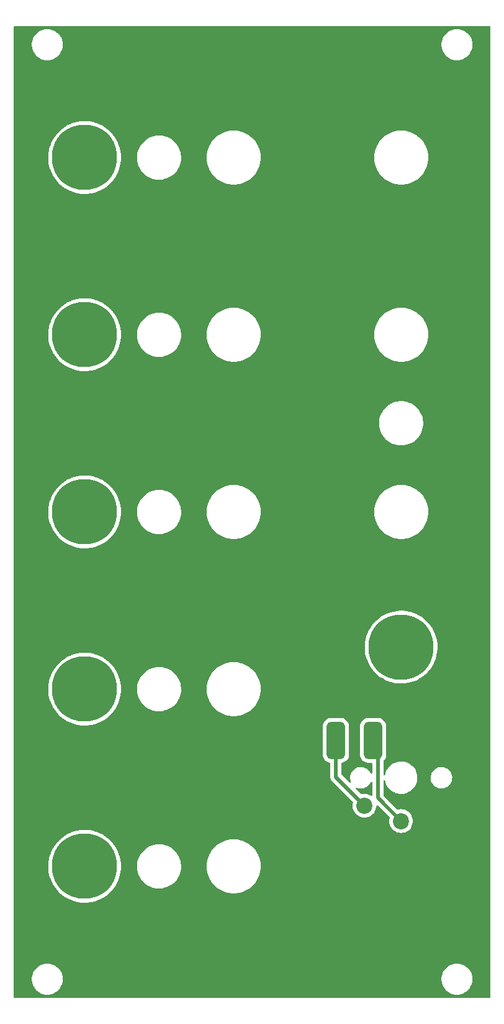
<source format=gbr>
G04 #@! TF.GenerationSoftware,KiCad,Pcbnew,(6.0.5)*
G04 #@! TF.CreationDate,2022-05-27T13:29:11-04:00*
G04 #@! TF.ProjectId,minidrone,6d696e69-6472-46f6-9e65-2e6b69636164,rev?*
G04 #@! TF.SameCoordinates,Original*
G04 #@! TF.FileFunction,Copper,L2,Bot*
G04 #@! TF.FilePolarity,Positive*
%FSLAX46Y46*%
G04 Gerber Fmt 4.6, Leading zero omitted, Abs format (unit mm)*
G04 Created by KiCad (PCBNEW (6.0.5)) date 2022-05-27 13:29:11*
%MOMM*%
%LPD*%
G01*
G04 APERTURE LIST*
G04 Aperture macros list*
%AMRoundRect*
0 Rectangle with rounded corners*
0 $1 Rounding radius*
0 $2 $3 $4 $5 $6 $7 $8 $9 X,Y pos of 4 corners*
0 Add a 4 corners polygon primitive as box body*
4,1,4,$2,$3,$4,$5,$6,$7,$8,$9,$2,$3,0*
0 Add four circle primitives for the rounded corners*
1,1,$1+$1,$2,$3*
1,1,$1+$1,$4,$5*
1,1,$1+$1,$6,$7*
1,1,$1+$1,$8,$9*
0 Add four rect primitives between the rounded corners*
20,1,$1+$1,$2,$3,$4,$5,0*
20,1,$1+$1,$4,$5,$6,$7,0*
20,1,$1+$1,$6,$7,$8,$9,0*
20,1,$1+$1,$8,$9,$2,$3,0*%
G04 Aperture macros list end*
G04 #@! TA.AperFunction,ComponentPad*
%ADD10C,8.890000*%
G04 #@! TD*
G04 #@! TA.AperFunction,ComponentPad*
%ADD11C,2.200000*%
G04 #@! TD*
G04 #@! TA.AperFunction,SMDPad,CuDef*
%ADD12RoundRect,0.635000X0.635000X1.905000X-0.635000X1.905000X-0.635000X-1.905000X0.635000X-1.905000X0*%
G04 #@! TD*
G04 #@! TA.AperFunction,Conductor*
%ADD13C,0.500000*%
G04 #@! TD*
G04 APERTURE END LIST*
D10*
X73660000Y-140970000D03*
X73660000Y-116840000D03*
X73660000Y-92710000D03*
D11*
X116840000Y-134805000D03*
X111840000Y-132705000D03*
D10*
X73660000Y-68580000D03*
X116840000Y-111125000D03*
X73660000Y-44450000D03*
D12*
X113030000Y-123825000D03*
X107950000Y-123825000D03*
D13*
X113665000Y-124460000D02*
X113665000Y-131630000D01*
X113030000Y-123825000D02*
X113665000Y-124460000D01*
X113665000Y-131630000D02*
X116840000Y-134805000D01*
X107950000Y-128815000D02*
X111840000Y-132705000D01*
X107950000Y-123825000D02*
X107950000Y-128815000D01*
G04 #@! TA.AperFunction,NonConductor*
G36*
X112856473Y-129473801D02*
G01*
X112898757Y-129530832D01*
X112906500Y-129574321D01*
X112906500Y-131247069D01*
X112886498Y-131315190D01*
X112832842Y-131361683D01*
X112762568Y-131371787D01*
X112714665Y-131354502D01*
X112651541Y-131315819D01*
X112572502Y-131267384D01*
X112567932Y-131265491D01*
X112567928Y-131265489D01*
X112343164Y-131172389D01*
X112343162Y-131172388D01*
X112338591Y-131170495D01*
X112240331Y-131146905D01*
X112097216Y-131112546D01*
X112097210Y-131112545D01*
X112092403Y-131111391D01*
X111840000Y-131091526D01*
X111587597Y-131111391D01*
X111582790Y-131112545D01*
X111582784Y-131112546D01*
X111503340Y-131131619D01*
X111439670Y-131146905D01*
X111368763Y-131143358D01*
X111321162Y-131113481D01*
X110686980Y-130479299D01*
X110652954Y-130416987D01*
X110658019Y-130346172D01*
X110700566Y-130289336D01*
X110767086Y-130264525D01*
X110824890Y-130275139D01*
X110825117Y-130274523D01*
X110828684Y-130275836D01*
X110829125Y-130275917D01*
X110834656Y-130278484D01*
X111065768Y-130342576D01*
X111169479Y-130353660D01*
X111258222Y-130363144D01*
X111258230Y-130363144D01*
X111261557Y-130363500D01*
X111400803Y-130363500D01*
X111403376Y-130363288D01*
X111403387Y-130363288D01*
X111573876Y-130349271D01*
X111573882Y-130349270D01*
X111579027Y-130348847D01*
X111695332Y-130319633D01*
X111806625Y-130291679D01*
X111806629Y-130291678D01*
X111811636Y-130290420D01*
X111816366Y-130288364D01*
X111816373Y-130288361D01*
X112026841Y-130196847D01*
X112026844Y-130196845D01*
X112031578Y-130194787D01*
X112035912Y-130191983D01*
X112035916Y-130191981D01*
X112228604Y-130067325D01*
X112228607Y-130067323D01*
X112232947Y-130064515D01*
X112254101Y-130045267D01*
X112406513Y-129906582D01*
X112406514Y-129906580D01*
X112410335Y-129903104D01*
X112413534Y-129899053D01*
X112413538Y-129899049D01*
X112552095Y-129723605D01*
X112558979Y-129714888D01*
X112670192Y-129513427D01*
X112720624Y-129463457D01*
X112790067Y-129448685D01*
X112856473Y-129473801D01*
G37*
G04 #@! TD.AperFunction*
G04 #@! TA.AperFunction,NonConductor*
G36*
X128973621Y-26563502D02*
G01*
X129020114Y-26617158D01*
X129031500Y-26669500D01*
X129031500Y-158750500D01*
X129011498Y-158818621D01*
X128957842Y-158865114D01*
X128905500Y-158876500D01*
X64134500Y-158876500D01*
X64066379Y-158856498D01*
X64019886Y-158802842D01*
X64008500Y-158750500D01*
X64008500Y-156469703D01*
X66470743Y-156469703D01*
X66508268Y-156754734D01*
X66584129Y-157032036D01*
X66696923Y-157296476D01*
X66844561Y-157543161D01*
X67024313Y-157767528D01*
X67232851Y-157965423D01*
X67466317Y-158133186D01*
X67470112Y-158135195D01*
X67470113Y-158135196D01*
X67491869Y-158146715D01*
X67720392Y-158267712D01*
X67990373Y-158366511D01*
X68271264Y-158427755D01*
X68299841Y-158430004D01*
X68494282Y-158445307D01*
X68494291Y-158445307D01*
X68496739Y-158445500D01*
X68652271Y-158445500D01*
X68654407Y-158445354D01*
X68654418Y-158445354D01*
X68862548Y-158431165D01*
X68862554Y-158431164D01*
X68866825Y-158430873D01*
X68871020Y-158430004D01*
X68871022Y-158430004D01*
X69007584Y-158401723D01*
X69148342Y-158372574D01*
X69419343Y-158276607D01*
X69674812Y-158144750D01*
X69678313Y-158142289D01*
X69678317Y-158142287D01*
X69792417Y-158062096D01*
X69910023Y-157979441D01*
X70120622Y-157783740D01*
X70302713Y-157561268D01*
X70452927Y-157316142D01*
X70568483Y-157052898D01*
X70647244Y-156776406D01*
X70687751Y-156491784D01*
X70687845Y-156473951D01*
X70687867Y-156469703D01*
X122350743Y-156469703D01*
X122388268Y-156754734D01*
X122464129Y-157032036D01*
X122576923Y-157296476D01*
X122724561Y-157543161D01*
X122904313Y-157767528D01*
X123112851Y-157965423D01*
X123346317Y-158133186D01*
X123350112Y-158135195D01*
X123350113Y-158135196D01*
X123371869Y-158146715D01*
X123600392Y-158267712D01*
X123870373Y-158366511D01*
X124151264Y-158427755D01*
X124179841Y-158430004D01*
X124374282Y-158445307D01*
X124374291Y-158445307D01*
X124376739Y-158445500D01*
X124532271Y-158445500D01*
X124534407Y-158445354D01*
X124534418Y-158445354D01*
X124742548Y-158431165D01*
X124742554Y-158431164D01*
X124746825Y-158430873D01*
X124751020Y-158430004D01*
X124751022Y-158430004D01*
X124887584Y-158401723D01*
X125028342Y-158372574D01*
X125299343Y-158276607D01*
X125554812Y-158144750D01*
X125558313Y-158142289D01*
X125558317Y-158142287D01*
X125672417Y-158062096D01*
X125790023Y-157979441D01*
X126000622Y-157783740D01*
X126182713Y-157561268D01*
X126332927Y-157316142D01*
X126448483Y-157052898D01*
X126527244Y-156776406D01*
X126567751Y-156491784D01*
X126567845Y-156473951D01*
X126569235Y-156208583D01*
X126569235Y-156208576D01*
X126569257Y-156204297D01*
X126531732Y-155919266D01*
X126455871Y-155641964D01*
X126343077Y-155377524D01*
X126195439Y-155130839D01*
X126015687Y-154906472D01*
X125807149Y-154708577D01*
X125573683Y-154540814D01*
X125551843Y-154529250D01*
X125528654Y-154516972D01*
X125319608Y-154406288D01*
X125049627Y-154307489D01*
X124768736Y-154246245D01*
X124737685Y-154243801D01*
X124545718Y-154228693D01*
X124545709Y-154228693D01*
X124543261Y-154228500D01*
X124387729Y-154228500D01*
X124385593Y-154228646D01*
X124385582Y-154228646D01*
X124177452Y-154242835D01*
X124177446Y-154242836D01*
X124173175Y-154243127D01*
X124168980Y-154243996D01*
X124168978Y-154243996D01*
X124032417Y-154272276D01*
X123891658Y-154301426D01*
X123620657Y-154397393D01*
X123365188Y-154529250D01*
X123361687Y-154531711D01*
X123361683Y-154531713D01*
X123351594Y-154538804D01*
X123129977Y-154694559D01*
X122919378Y-154890260D01*
X122737287Y-155112732D01*
X122587073Y-155357858D01*
X122471517Y-155621102D01*
X122392756Y-155897594D01*
X122352249Y-156182216D01*
X122352227Y-156186505D01*
X122352226Y-156186512D01*
X122350765Y-156465417D01*
X122350743Y-156469703D01*
X70687867Y-156469703D01*
X70689235Y-156208583D01*
X70689235Y-156208576D01*
X70689257Y-156204297D01*
X70651732Y-155919266D01*
X70575871Y-155641964D01*
X70463077Y-155377524D01*
X70315439Y-155130839D01*
X70135687Y-154906472D01*
X69927149Y-154708577D01*
X69693683Y-154540814D01*
X69671843Y-154529250D01*
X69648654Y-154516972D01*
X69439608Y-154406288D01*
X69169627Y-154307489D01*
X68888736Y-154246245D01*
X68857685Y-154243801D01*
X68665718Y-154228693D01*
X68665709Y-154228693D01*
X68663261Y-154228500D01*
X68507729Y-154228500D01*
X68505593Y-154228646D01*
X68505582Y-154228646D01*
X68297452Y-154242835D01*
X68297446Y-154242836D01*
X68293175Y-154243127D01*
X68288980Y-154243996D01*
X68288978Y-154243996D01*
X68152417Y-154272276D01*
X68011658Y-154301426D01*
X67740657Y-154397393D01*
X67485188Y-154529250D01*
X67481687Y-154531711D01*
X67481683Y-154531713D01*
X67471594Y-154538804D01*
X67249977Y-154694559D01*
X67039378Y-154890260D01*
X66857287Y-155112732D01*
X66707073Y-155357858D01*
X66591517Y-155621102D01*
X66512756Y-155897594D01*
X66472249Y-156182216D01*
X66472227Y-156186505D01*
X66472226Y-156186512D01*
X66470765Y-156465417D01*
X66470743Y-156469703D01*
X64008500Y-156469703D01*
X64008500Y-140840202D01*
X68703206Y-140840202D01*
X68711291Y-141281346D01*
X68758560Y-141720026D01*
X68759106Y-141722769D01*
X68759107Y-141722778D01*
X68836514Y-142111929D01*
X68844637Y-142152766D01*
X68845420Y-142155435D01*
X68845421Y-142155439D01*
X68924470Y-142424892D01*
X68968842Y-142576142D01*
X68969862Y-142578738D01*
X68969863Y-142578741D01*
X69112506Y-142941789D01*
X69130191Y-142986801D01*
X69205780Y-143138078D01*
X69283771Y-143294161D01*
X69327407Y-143381491D01*
X69558927Y-143757086D01*
X69822919Y-144110615D01*
X69824780Y-144112693D01*
X69824781Y-144112694D01*
X70085623Y-144403918D01*
X70117292Y-144439276D01*
X70119329Y-144441179D01*
X70119336Y-144441186D01*
X70266295Y-144578467D01*
X70439716Y-144740468D01*
X70787638Y-145011805D01*
X71158303Y-145251141D01*
X71548776Y-145456579D01*
X71551374Y-145457663D01*
X71551378Y-145457665D01*
X71953367Y-145625408D01*
X71953377Y-145625412D01*
X71955966Y-145626492D01*
X72376648Y-145759536D01*
X72807491Y-145854658D01*
X72810265Y-145855016D01*
X72810266Y-145855016D01*
X73242313Y-145910746D01*
X73242323Y-145910747D01*
X73245084Y-145911103D01*
X73247871Y-145911213D01*
X73247877Y-145911213D01*
X73503637Y-145921261D01*
X73685962Y-145928425D01*
X73688754Y-145928286D01*
X73688759Y-145928286D01*
X74123831Y-145906627D01*
X74123840Y-145906626D01*
X74126635Y-145906487D01*
X74129412Y-145906099D01*
X74129414Y-145906099D01*
X74204530Y-145895609D01*
X74563614Y-145845463D01*
X74566324Y-145844835D01*
X74566334Y-145844833D01*
X74990710Y-145746467D01*
X74993437Y-145745835D01*
X75213734Y-145673618D01*
X75410050Y-145609263D01*
X75410056Y-145609261D01*
X75412703Y-145608393D01*
X75818090Y-145434224D01*
X76206391Y-145224709D01*
X76574529Y-144981505D01*
X76919591Y-144706539D01*
X77238843Y-144401987D01*
X77240680Y-144399893D01*
X77240688Y-144399884D01*
X77527912Y-144072367D01*
X77529759Y-144070261D01*
X77607661Y-143963627D01*
X77748786Y-143770449D01*
X77790034Y-143713988D01*
X77844211Y-143624001D01*
X78016158Y-143338399D01*
X78016163Y-143338390D01*
X78017609Y-143335988D01*
X78187542Y-142986801D01*
X78209447Y-142941789D01*
X78209448Y-142941786D01*
X78210680Y-142939255D01*
X78367720Y-142526929D01*
X78374174Y-142504047D01*
X78462081Y-142192350D01*
X78487484Y-142102276D01*
X78530300Y-141874589D01*
X78568509Y-141671405D01*
X78568511Y-141671393D01*
X78569025Y-141668658D01*
X78599134Y-141358807D01*
X78611483Y-141231724D01*
X78611484Y-141231712D01*
X78611698Y-141229507D01*
X78615189Y-141096196D01*
X80809044Y-141096196D01*
X80809405Y-141099810D01*
X80809405Y-141099816D01*
X80822350Y-141229507D01*
X80843503Y-141441431D01*
X80917414Y-141780417D01*
X81029797Y-142108661D01*
X81179163Y-142421812D01*
X81363532Y-142715721D01*
X81365804Y-142718557D01*
X81365809Y-142718564D01*
X81444708Y-142817046D01*
X81580459Y-142986491D01*
X81583037Y-142989042D01*
X81730838Y-143135303D01*
X81827071Y-143230534D01*
X81829929Y-143232775D01*
X82094812Y-143440469D01*
X82100098Y-143444614D01*
X82395921Y-143625895D01*
X82399206Y-143627420D01*
X82399210Y-143627422D01*
X82585702Y-143713988D01*
X82710620Y-143771973D01*
X82814926Y-143806469D01*
X83036578Y-143879774D01*
X83036583Y-143879775D01*
X83040023Y-143880913D01*
X83043578Y-143881649D01*
X83043581Y-143881650D01*
X83376214Y-143950535D01*
X83376217Y-143950535D01*
X83379764Y-143951270D01*
X83518221Y-143963627D01*
X83682076Y-143978251D01*
X83682082Y-143978251D01*
X83684869Y-143978500D01*
X83908432Y-143978500D01*
X83910251Y-143978395D01*
X83910255Y-143978395D01*
X84162754Y-143963836D01*
X84162759Y-143963835D01*
X84166374Y-143963627D01*
X84241388Y-143950535D01*
X84504585Y-143904600D01*
X84504592Y-143904598D01*
X84508158Y-143903976D01*
X84511633Y-143902947D01*
X84511640Y-143902945D01*
X84644863Y-143863482D01*
X84840820Y-143805437D01*
X84844159Y-143804013D01*
X85156614Y-143670740D01*
X85156617Y-143670738D01*
X85159952Y-143669316D01*
X85163099Y-143667521D01*
X85163103Y-143667519D01*
X85458184Y-143499208D01*
X85461324Y-143497417D01*
X85545546Y-143435550D01*
X85565265Y-143421065D01*
X85740940Y-143292018D01*
X85995096Y-143055842D01*
X86220422Y-142792019D01*
X86413931Y-142504047D01*
X86573060Y-142195741D01*
X86695698Y-141871189D01*
X86728630Y-141740083D01*
X86779337Y-141538206D01*
X86780220Y-141534692D01*
X86803376Y-141358807D01*
X86825032Y-141194315D01*
X86825033Y-141194307D01*
X86825506Y-141190711D01*
X86828938Y-140972234D01*
X86828973Y-140970000D01*
X90291445Y-140970000D01*
X90311651Y-141355559D01*
X90312164Y-141358799D01*
X90312165Y-141358807D01*
X90339454Y-141531099D01*
X90372049Y-141736894D01*
X90471976Y-142109826D01*
X90610337Y-142470270D01*
X90611835Y-142473210D01*
X90774277Y-142792019D01*
X90785618Y-142814277D01*
X90995896Y-143138078D01*
X91238869Y-143438125D01*
X91511875Y-143711131D01*
X91811922Y-143954104D01*
X91814697Y-143955906D01*
X92049483Y-144108377D01*
X92135723Y-144164382D01*
X92138657Y-144165877D01*
X92138664Y-144165881D01*
X92476790Y-144338165D01*
X92479730Y-144339663D01*
X92840174Y-144478024D01*
X93213106Y-144577951D01*
X93415643Y-144610030D01*
X93591193Y-144637835D01*
X93591201Y-144637836D01*
X93594441Y-144638349D01*
X93883543Y-144653500D01*
X94076457Y-144653500D01*
X94365559Y-144638349D01*
X94368799Y-144637836D01*
X94368807Y-144637835D01*
X94544357Y-144610030D01*
X94746894Y-144577951D01*
X95119826Y-144478024D01*
X95480270Y-144339663D01*
X95483210Y-144338165D01*
X95821336Y-144165881D01*
X95821343Y-144165877D01*
X95824277Y-144164382D01*
X95910518Y-144108377D01*
X96145303Y-143955906D01*
X96148078Y-143954104D01*
X96448125Y-143711131D01*
X96721131Y-143438125D01*
X96964104Y-143138078D01*
X97064387Y-142983655D01*
X97172584Y-142817047D01*
X97172586Y-142817044D01*
X97174382Y-142814278D01*
X97175882Y-142811336D01*
X97348165Y-142473210D01*
X97349663Y-142470270D01*
X97488024Y-142109826D01*
X97587951Y-141736894D01*
X97620546Y-141531099D01*
X97647835Y-141358807D01*
X97647836Y-141358799D01*
X97648349Y-141355559D01*
X97668555Y-140970000D01*
X97648349Y-140584441D01*
X97640048Y-140532026D01*
X97588467Y-140206367D01*
X97587951Y-140203106D01*
X97488024Y-139830174D01*
X97349663Y-139469730D01*
X97330922Y-139432949D01*
X97175881Y-139128664D01*
X97175877Y-139128657D01*
X97174382Y-139125723D01*
X96964104Y-138801922D01*
X96721131Y-138501875D01*
X96448125Y-138228869D01*
X96148078Y-137985896D01*
X95824277Y-137775618D01*
X95821343Y-137774123D01*
X95821336Y-137774119D01*
X95483210Y-137601835D01*
X95480270Y-137600337D01*
X95119826Y-137461976D01*
X94746894Y-137362049D01*
X94544357Y-137329970D01*
X94368807Y-137302165D01*
X94368799Y-137302164D01*
X94365559Y-137301651D01*
X94076457Y-137286500D01*
X93883543Y-137286500D01*
X93594441Y-137301651D01*
X93591201Y-137302164D01*
X93591193Y-137302165D01*
X93415643Y-137329970D01*
X93213106Y-137362049D01*
X92840174Y-137461976D01*
X92479730Y-137600337D01*
X92476790Y-137601835D01*
X92138664Y-137774119D01*
X92138657Y-137774123D01*
X92135723Y-137775618D01*
X91811922Y-137985896D01*
X91511875Y-138228869D01*
X91238869Y-138501875D01*
X90995896Y-138801922D01*
X90994094Y-138804697D01*
X90787416Y-139122953D01*
X90787414Y-139122956D01*
X90785618Y-139125722D01*
X90784123Y-139128656D01*
X90784119Y-139128663D01*
X90727876Y-139239047D01*
X90610337Y-139469730D01*
X90471976Y-139830174D01*
X90372049Y-140203106D01*
X90371533Y-140206367D01*
X90319953Y-140532026D01*
X90311651Y-140584441D01*
X90291445Y-140970000D01*
X86828973Y-140970000D01*
X86830899Y-140847446D01*
X86830899Y-140847442D01*
X86830956Y-140843804D01*
X86821163Y-140745685D01*
X86796857Y-140502177D01*
X86796497Y-140498569D01*
X86722586Y-140159583D01*
X86700375Y-140094708D01*
X86611376Y-139834765D01*
X86610203Y-139831339D01*
X86460837Y-139518188D01*
X86276468Y-139224279D01*
X86274196Y-139221443D01*
X86274191Y-139221436D01*
X86061813Y-138956345D01*
X86059541Y-138953509D01*
X85936235Y-138831487D01*
X85815507Y-138712017D01*
X85815506Y-138712016D01*
X85812929Y-138709466D01*
X85548178Y-138501875D01*
X85542759Y-138497626D01*
X85542757Y-138497625D01*
X85539902Y-138495386D01*
X85244079Y-138314105D01*
X85240794Y-138312580D01*
X85240790Y-138312578D01*
X84932663Y-138169551D01*
X84929380Y-138168027D01*
X84759112Y-138111716D01*
X84603422Y-138060226D01*
X84603417Y-138060225D01*
X84599977Y-138059087D01*
X84596422Y-138058351D01*
X84596419Y-138058350D01*
X84263786Y-137989465D01*
X84263783Y-137989465D01*
X84260236Y-137988730D01*
X84099773Y-137974409D01*
X83957924Y-137961749D01*
X83957918Y-137961749D01*
X83955131Y-137961500D01*
X83731568Y-137961500D01*
X83729749Y-137961605D01*
X83729745Y-137961605D01*
X83477246Y-137976164D01*
X83477241Y-137976165D01*
X83473626Y-137976373D01*
X83429387Y-137984094D01*
X83135415Y-138035400D01*
X83135408Y-138035402D01*
X83131842Y-138036024D01*
X83128367Y-138037053D01*
X83128360Y-138037055D01*
X83050137Y-138060226D01*
X82799180Y-138134563D01*
X82795844Y-138135986D01*
X82795841Y-138135987D01*
X82483386Y-138269260D01*
X82483383Y-138269262D01*
X82480048Y-138270684D01*
X82476901Y-138272479D01*
X82476897Y-138272481D01*
X82400602Y-138315999D01*
X82178676Y-138442583D01*
X82175764Y-138444722D01*
X82175761Y-138444724D01*
X82074735Y-138518935D01*
X81899060Y-138647982D01*
X81644904Y-138884158D01*
X81419578Y-139147981D01*
X81226069Y-139435953D01*
X81066940Y-139744259D01*
X80944302Y-140068811D01*
X80943418Y-140072332D01*
X80943416Y-140072337D01*
X80909750Y-140206367D01*
X80859780Y-140405308D01*
X80859307Y-140408901D01*
X80835764Y-140587731D01*
X80814494Y-140749289D01*
X80814437Y-140752927D01*
X80811027Y-140970000D01*
X80809044Y-141096196D01*
X78615189Y-141096196D01*
X78618493Y-140970000D01*
X78598863Y-140529218D01*
X78594747Y-140498569D01*
X78554632Y-140199917D01*
X78540127Y-140091927D01*
X78535695Y-140072337D01*
X78443368Y-139664315D01*
X78442751Y-139661587D01*
X78402579Y-139536838D01*
X78308359Y-139244257D01*
X78307506Y-139241608D01*
X78301475Y-139227364D01*
X78136553Y-138837888D01*
X78136553Y-138837887D01*
X78135463Y-138835314D01*
X78119150Y-138804697D01*
X77929305Y-138448403D01*
X77929305Y-138448402D01*
X77927983Y-138445922D01*
X77686710Y-138076515D01*
X77655603Y-138037055D01*
X77415284Y-137732212D01*
X77415282Y-137732210D01*
X77413555Y-137730019D01*
X77110679Y-137409176D01*
X76780481Y-137116527D01*
X76425575Y-136854390D01*
X76226938Y-136733379D01*
X76051161Y-136626294D01*
X76051154Y-136626290D01*
X76048772Y-136624839D01*
X75922617Y-136562626D01*
X75655569Y-136430933D01*
X75653055Y-136429693D01*
X75650459Y-136428688D01*
X75650446Y-136428683D01*
X75340147Y-136308638D01*
X75241558Y-136270497D01*
X74986723Y-136197184D01*
X74820218Y-136149282D01*
X74820212Y-136149281D01*
X74817537Y-136148511D01*
X74814800Y-136147982D01*
X74814794Y-136147980D01*
X74387099Y-136065231D01*
X74387089Y-136065229D01*
X74384352Y-136064700D01*
X73945431Y-136019729D01*
X73942639Y-136019692D01*
X73942631Y-136019692D01*
X73674465Y-136016182D01*
X73504250Y-136013954D01*
X73501450Y-136014167D01*
X73501449Y-136014167D01*
X73446254Y-136018366D01*
X73064302Y-136047420D01*
X73061539Y-136047880D01*
X73061538Y-136047880D01*
X72631846Y-136119400D01*
X72631843Y-136119401D01*
X72629071Y-136119862D01*
X72626359Y-136120566D01*
X72626349Y-136120568D01*
X72204721Y-136230001D01*
X72204710Y-136230004D01*
X72202003Y-136230707D01*
X71936099Y-136325653D01*
X71789122Y-136378133D01*
X71789117Y-136378135D01*
X71786479Y-136379077D01*
X71783939Y-136380248D01*
X71783934Y-136380250D01*
X71673995Y-136430933D01*
X71385789Y-136563798D01*
X71003107Y-136783406D01*
X71000804Y-136785015D01*
X71000797Y-136785020D01*
X70643770Y-137034549D01*
X70641461Y-137036163D01*
X70303715Y-137320068D01*
X69992544Y-137632872D01*
X69990748Y-137635032D01*
X69712211Y-137969936D01*
X69712203Y-137969947D01*
X69710412Y-137972100D01*
X69708818Y-137974407D01*
X69708816Y-137974409D01*
X69472729Y-138315999D01*
X69459552Y-138335064D01*
X69241950Y-138718891D01*
X69059330Y-139120543D01*
X69058408Y-139123169D01*
X69058403Y-139123181D01*
X69021817Y-139227364D01*
X68913138Y-139536838D01*
X68912447Y-139539558D01*
X68912446Y-139539562D01*
X68805222Y-139961760D01*
X68804531Y-139964481D01*
X68734368Y-140400085D01*
X68703206Y-140840202D01*
X64008500Y-140840202D01*
X64008500Y-125798344D01*
X106171500Y-125798344D01*
X106178630Y-125895779D01*
X106227869Y-126100090D01*
X106313517Y-126292006D01*
X106316790Y-126296760D01*
X106316791Y-126296761D01*
X106428365Y-126458799D01*
X106432704Y-126465101D01*
X106581440Y-126613578D01*
X106754742Y-126732463D01*
X106946808Y-126817775D01*
X106999514Y-126830380D01*
X107094807Y-126853170D01*
X107156407Y-126888468D01*
X107189145Y-126951466D01*
X107191500Y-126975714D01*
X107191500Y-128747930D01*
X107190067Y-128766880D01*
X107189222Y-128772437D01*
X107186801Y-128788349D01*
X107187394Y-128795641D01*
X107187394Y-128795644D01*
X107191085Y-128841018D01*
X107191500Y-128851233D01*
X107191500Y-128859293D01*
X107191925Y-128862937D01*
X107194789Y-128887507D01*
X107195222Y-128891882D01*
X107200060Y-128951355D01*
X107201140Y-128964637D01*
X107203396Y-128971601D01*
X107204587Y-128977560D01*
X107205971Y-128983415D01*
X107206818Y-128990681D01*
X107231735Y-129059327D01*
X107233152Y-129063455D01*
X107255649Y-129132899D01*
X107259445Y-129139154D01*
X107261951Y-129144628D01*
X107264670Y-129150058D01*
X107267167Y-129156937D01*
X107271180Y-129163057D01*
X107271180Y-129163058D01*
X107307186Y-129217976D01*
X107309523Y-129221680D01*
X107347405Y-129284107D01*
X107351121Y-129288315D01*
X107351122Y-129288316D01*
X107354803Y-129292484D01*
X107354776Y-129292508D01*
X107357429Y-129295500D01*
X107360132Y-129298733D01*
X107364144Y-129304852D01*
X107420383Y-129358128D01*
X107422825Y-129360506D01*
X110248481Y-132186162D01*
X110282507Y-132248474D01*
X110281905Y-132304669D01*
X110246391Y-132452597D01*
X110226526Y-132705000D01*
X110246391Y-132957403D01*
X110305495Y-133203591D01*
X110307388Y-133208162D01*
X110307389Y-133208164D01*
X110333208Y-133270495D01*
X110402384Y-133437502D01*
X110534672Y-133653376D01*
X110699102Y-133845898D01*
X110891624Y-134010328D01*
X111107498Y-134142616D01*
X111112068Y-134144509D01*
X111112072Y-134144511D01*
X111336836Y-134237611D01*
X111341409Y-134239505D01*
X111426032Y-134259821D01*
X111582784Y-134297454D01*
X111582790Y-134297455D01*
X111587597Y-134298609D01*
X111840000Y-134318474D01*
X112092403Y-134298609D01*
X112097210Y-134297455D01*
X112097216Y-134297454D01*
X112253968Y-134259821D01*
X112338591Y-134239505D01*
X112343164Y-134237611D01*
X112567928Y-134144511D01*
X112567932Y-134144509D01*
X112572502Y-134142616D01*
X112788376Y-134010328D01*
X112980898Y-133845898D01*
X113145328Y-133653376D01*
X113277616Y-133437502D01*
X113346793Y-133270495D01*
X113372611Y-133208164D01*
X113372612Y-133208162D01*
X113374505Y-133203591D01*
X113433609Y-132957403D01*
X113447632Y-132779229D01*
X113472918Y-132712888D01*
X113530056Y-132670748D01*
X113600906Y-132666189D01*
X113662339Y-132700020D01*
X115248481Y-134286162D01*
X115282507Y-134348474D01*
X115281905Y-134404669D01*
X115246391Y-134552597D01*
X115226526Y-134805000D01*
X115246391Y-135057403D01*
X115305495Y-135303591D01*
X115402384Y-135537502D01*
X115534672Y-135753376D01*
X115699102Y-135945898D01*
X115891624Y-136110328D01*
X116107498Y-136242616D01*
X116112068Y-136244509D01*
X116112072Y-136244511D01*
X116336836Y-136337611D01*
X116341409Y-136339505D01*
X116426032Y-136359821D01*
X116582784Y-136397454D01*
X116582790Y-136397455D01*
X116587597Y-136398609D01*
X116840000Y-136418474D01*
X117092403Y-136398609D01*
X117097210Y-136397455D01*
X117097216Y-136397454D01*
X117253968Y-136359821D01*
X117338591Y-136339505D01*
X117343164Y-136337611D01*
X117567928Y-136244511D01*
X117567932Y-136244509D01*
X117572502Y-136242616D01*
X117788376Y-136110328D01*
X117980898Y-135945898D01*
X118145328Y-135753376D01*
X118277616Y-135537502D01*
X118374505Y-135303591D01*
X118433609Y-135057403D01*
X118453474Y-134805000D01*
X118433609Y-134552597D01*
X118374505Y-134306409D01*
X118370796Y-134297454D01*
X118279511Y-134077072D01*
X118279509Y-134077068D01*
X118277616Y-134072498D01*
X118145328Y-133856624D01*
X117980898Y-133664102D01*
X117788376Y-133499672D01*
X117572502Y-133367384D01*
X117567932Y-133365491D01*
X117567928Y-133365489D01*
X117343164Y-133272389D01*
X117343162Y-133272388D01*
X117338591Y-133270495D01*
X117240331Y-133246905D01*
X117097216Y-133212546D01*
X117097210Y-133212545D01*
X117092403Y-133211391D01*
X116840000Y-133191526D01*
X116587597Y-133211391D01*
X116582790Y-133212545D01*
X116582784Y-133212546D01*
X116503340Y-133231619D01*
X116439670Y-133246905D01*
X116368763Y-133243358D01*
X116321162Y-133213481D01*
X114460405Y-131352724D01*
X114426379Y-131290412D01*
X114423500Y-131263629D01*
X114423500Y-129359929D01*
X114443502Y-129291808D01*
X114497158Y-129245315D01*
X114567432Y-129235211D01*
X114632012Y-129264705D01*
X114670396Y-129324431D01*
X114672466Y-129332443D01*
X114712033Y-129509456D01*
X114716613Y-129529947D01*
X114718057Y-129533870D01*
X114718057Y-129533872D01*
X114729601Y-129565247D01*
X114817919Y-129805288D01*
X114819866Y-129808981D01*
X114819867Y-129808983D01*
X114952798Y-130061109D01*
X114954751Y-130064813D01*
X115124705Y-130303961D01*
X115324794Y-130518531D01*
X115551504Y-130704752D01*
X115800851Y-130859354D01*
X115804668Y-130861070D01*
X115804671Y-130861071D01*
X115878709Y-130894345D01*
X116068456Y-130979620D01*
X116156406Y-131005839D01*
X116345618Y-131062247D01*
X116345626Y-131062249D01*
X116349615Y-131063438D01*
X116353731Y-131064090D01*
X116353736Y-131064091D01*
X116635922Y-131108784D01*
X116635927Y-131108784D01*
X116639390Y-131109333D01*
X116688486Y-131111563D01*
X116729732Y-131113436D01*
X116729751Y-131113436D01*
X116731151Y-131113500D01*
X116914420Y-131113500D01*
X117132742Y-131098999D01*
X117420341Y-131041009D01*
X117697744Y-130945492D01*
X117701486Y-130943618D01*
X117701491Y-130943616D01*
X117956333Y-130816000D01*
X117956335Y-130815999D01*
X117960077Y-130814125D01*
X118202732Y-130649217D01*
X118421445Y-130453665D01*
X118612373Y-130230905D01*
X118718603Y-130067325D01*
X118769884Y-129988360D01*
X118769887Y-129988355D01*
X118772163Y-129984850D01*
X118898007Y-129719823D01*
X118899592Y-129714888D01*
X118986416Y-129444460D01*
X118987694Y-129440480D01*
X119039649Y-129151730D01*
X119046217Y-129007089D01*
X120880066Y-129007089D01*
X120916343Y-129244163D01*
X120990854Y-129472129D01*
X121101597Y-129684864D01*
X121104700Y-129688997D01*
X121104702Y-129689000D01*
X121192014Y-129805288D01*
X121245598Y-129876655D01*
X121418990Y-130042352D01*
X121423262Y-130045266D01*
X121423263Y-130045267D01*
X121455599Y-130067325D01*
X121617117Y-130177505D01*
X121724612Y-130227403D01*
X121827450Y-130275139D01*
X121834656Y-130278484D01*
X122065768Y-130342576D01*
X122169479Y-130353660D01*
X122258222Y-130363144D01*
X122258230Y-130363144D01*
X122261557Y-130363500D01*
X122400803Y-130363500D01*
X122403376Y-130363288D01*
X122403387Y-130363288D01*
X122573876Y-130349271D01*
X122573882Y-130349270D01*
X122579027Y-130348847D01*
X122695332Y-130319633D01*
X122806625Y-130291679D01*
X122806629Y-130291678D01*
X122811636Y-130290420D01*
X122816366Y-130288364D01*
X122816373Y-130288361D01*
X123026841Y-130196847D01*
X123026844Y-130196845D01*
X123031578Y-130194787D01*
X123035912Y-130191983D01*
X123035916Y-130191981D01*
X123228604Y-130067325D01*
X123228607Y-130067323D01*
X123232947Y-130064515D01*
X123254101Y-130045267D01*
X123406513Y-129906582D01*
X123406514Y-129906580D01*
X123410335Y-129903104D01*
X123413534Y-129899053D01*
X123413538Y-129899049D01*
X123552095Y-129723605D01*
X123558979Y-129714888D01*
X123674887Y-129504922D01*
X123726462Y-129359279D01*
X123753219Y-129283720D01*
X123753220Y-129283716D01*
X123754945Y-129278845D01*
X123757464Y-129264705D01*
X123796098Y-129047816D01*
X123796099Y-129047810D01*
X123797004Y-129042727D01*
X123798874Y-128889692D01*
X123799871Y-128808081D01*
X123799871Y-128808079D01*
X123799934Y-128802911D01*
X123763657Y-128565837D01*
X123689146Y-128337871D01*
X123578403Y-128125136D01*
X123555861Y-128095112D01*
X123437507Y-127937480D01*
X123437505Y-127937477D01*
X123434402Y-127933345D01*
X123261010Y-127767648D01*
X123228084Y-127745187D01*
X123067162Y-127635414D01*
X123067163Y-127635414D01*
X123062883Y-127632495D01*
X122845344Y-127531516D01*
X122614232Y-127467424D01*
X122510521Y-127456340D01*
X122421778Y-127446856D01*
X122421770Y-127446856D01*
X122418443Y-127446500D01*
X122279197Y-127446500D01*
X122276624Y-127446712D01*
X122276613Y-127446712D01*
X122106124Y-127460729D01*
X122106118Y-127460730D01*
X122100973Y-127461153D01*
X121984669Y-127490366D01*
X121873375Y-127518321D01*
X121873371Y-127518322D01*
X121868364Y-127519580D01*
X121863634Y-127521636D01*
X121863627Y-127521639D01*
X121653159Y-127613153D01*
X121653156Y-127613155D01*
X121648422Y-127615213D01*
X121644088Y-127618017D01*
X121644084Y-127618019D01*
X121451396Y-127742675D01*
X121451393Y-127742677D01*
X121447053Y-127745485D01*
X121443230Y-127748964D01*
X121443227Y-127748966D01*
X121363360Y-127821640D01*
X121269665Y-127906896D01*
X121266466Y-127910947D01*
X121266462Y-127910951D01*
X121189319Y-128008632D01*
X121121021Y-128095112D01*
X121005113Y-128305078D01*
X120982293Y-128369520D01*
X120935798Y-128500819D01*
X120925055Y-128531155D01*
X120924148Y-128536248D01*
X120924147Y-128536251D01*
X120884744Y-128757460D01*
X120882996Y-128767273D01*
X120882649Y-128795644D01*
X120880183Y-128997553D01*
X120880066Y-129007089D01*
X119046217Y-129007089D01*
X119051548Y-128889692D01*
X119052769Y-128862815D01*
X119052769Y-128862810D01*
X119052958Y-128858645D01*
X119047635Y-128797797D01*
X119027751Y-128570537D01*
X119027387Y-128566375D01*
X119020983Y-128537724D01*
X118964299Y-128284131D01*
X118964297Y-128284124D01*
X118963387Y-128280053D01*
X118862081Y-128004712D01*
X118824454Y-127933345D01*
X118727202Y-127748891D01*
X118727201Y-127748890D01*
X118725249Y-127745187D01*
X118555295Y-127506039D01*
X118355206Y-127291469D01*
X118128496Y-127105248D01*
X117879149Y-126950646D01*
X117875332Y-126948930D01*
X117875329Y-126948929D01*
X117740796Y-126888468D01*
X117611544Y-126830380D01*
X117523594Y-126804161D01*
X117334382Y-126747753D01*
X117334374Y-126747751D01*
X117330385Y-126746562D01*
X117326269Y-126745910D01*
X117326264Y-126745909D01*
X117044078Y-126701216D01*
X117044073Y-126701216D01*
X117040610Y-126700667D01*
X116991514Y-126698437D01*
X116950268Y-126696564D01*
X116950249Y-126696564D01*
X116948849Y-126696500D01*
X116765580Y-126696500D01*
X116547258Y-126711001D01*
X116259659Y-126768991D01*
X115982256Y-126864508D01*
X115978514Y-126866382D01*
X115978509Y-126866384D01*
X115723667Y-126994000D01*
X115719923Y-126995875D01*
X115477268Y-127160783D01*
X115258555Y-127356335D01*
X115067627Y-127579095D01*
X115034364Y-127630315D01*
X114959766Y-127745187D01*
X114907837Y-127825150D01*
X114781993Y-128090177D01*
X114780714Y-128094160D01*
X114780713Y-128094163D01*
X114733734Y-128240486D01*
X114692306Y-128369520D01*
X114691567Y-128373629D01*
X114673509Y-128473988D01*
X114641759Y-128537490D01*
X114580718Y-128573746D01*
X114509766Y-128571246D01*
X114451429Y-128530783D01*
X114424228Y-128465203D01*
X114423500Y-128451675D01*
X114423500Y-126640983D01*
X114443502Y-126572862D01*
X114460327Y-126551965D01*
X114544498Y-126467647D01*
X114548578Y-126463560D01*
X114667463Y-126290258D01*
X114752775Y-126098192D01*
X114801658Y-125893795D01*
X114804208Y-125858224D01*
X114808339Y-125800594D01*
X114808339Y-125800586D01*
X114808500Y-125798344D01*
X114808500Y-121851656D01*
X114801370Y-121754221D01*
X114752131Y-121549910D01*
X114720215Y-121478393D01*
X114709307Y-121453952D01*
X114666483Y-121357994D01*
X114643948Y-121325266D01*
X114550571Y-121189655D01*
X114550570Y-121189654D01*
X114547296Y-121184899D01*
X114398560Y-121036422D01*
X114225258Y-120917537D01*
X114033192Y-120832225D01*
X113994575Y-120822990D01*
X113833793Y-120784537D01*
X113833789Y-120784536D01*
X113828795Y-120783342D01*
X113793224Y-120780792D01*
X113735594Y-120776661D01*
X113735586Y-120776661D01*
X113733344Y-120776500D01*
X112326656Y-120776500D01*
X112324360Y-120776668D01*
X112234358Y-120783254D01*
X112234357Y-120783254D01*
X112229221Y-120783630D01*
X112024910Y-120832869D01*
X112019639Y-120835221D01*
X112019637Y-120835222D01*
X111983151Y-120851505D01*
X111832994Y-120918517D01*
X111659899Y-121037704D01*
X111511422Y-121186440D01*
X111508156Y-121191201D01*
X111416188Y-121325266D01*
X111392537Y-121359742D01*
X111307225Y-121551808D01*
X111305881Y-121557428D01*
X111265887Y-121724658D01*
X111258342Y-121756205D01*
X111257975Y-121761327D01*
X111251665Y-121849360D01*
X111251500Y-121851656D01*
X111251500Y-125798344D01*
X111258630Y-125895779D01*
X111307869Y-126100090D01*
X111393517Y-126292006D01*
X111396790Y-126296760D01*
X111396791Y-126296761D01*
X111508365Y-126458799D01*
X111512704Y-126465101D01*
X111661440Y-126613578D01*
X111834742Y-126732463D01*
X112026808Y-126817775D01*
X112032429Y-126819119D01*
X112032428Y-126819119D01*
X112226207Y-126865463D01*
X112226211Y-126865464D01*
X112231205Y-126866658D01*
X112266776Y-126869208D01*
X112324406Y-126873339D01*
X112324414Y-126873339D01*
X112326656Y-126873500D01*
X112780500Y-126873500D01*
X112848621Y-126893502D01*
X112895114Y-126947158D01*
X112906500Y-126999500D01*
X112906500Y-128240486D01*
X112886498Y-128308607D01*
X112832842Y-128355100D01*
X112762568Y-128365204D01*
X112697988Y-128335710D01*
X112668737Y-128298666D01*
X112657005Y-128276128D01*
X112578403Y-128125136D01*
X112555861Y-128095112D01*
X112437507Y-127937480D01*
X112437505Y-127937477D01*
X112434402Y-127933345D01*
X112261010Y-127767648D01*
X112228084Y-127745187D01*
X112067162Y-127635414D01*
X112067163Y-127635414D01*
X112062883Y-127632495D01*
X111845344Y-127531516D01*
X111614232Y-127467424D01*
X111510521Y-127456340D01*
X111421778Y-127446856D01*
X111421770Y-127446856D01*
X111418443Y-127446500D01*
X111279197Y-127446500D01*
X111276624Y-127446712D01*
X111276613Y-127446712D01*
X111106124Y-127460729D01*
X111106118Y-127460730D01*
X111100973Y-127461153D01*
X110984669Y-127490366D01*
X110873375Y-127518321D01*
X110873371Y-127518322D01*
X110868364Y-127519580D01*
X110863634Y-127521636D01*
X110863627Y-127521639D01*
X110653159Y-127613153D01*
X110653156Y-127613155D01*
X110648422Y-127615213D01*
X110644088Y-127618017D01*
X110644084Y-127618019D01*
X110451396Y-127742675D01*
X110451393Y-127742677D01*
X110447053Y-127745485D01*
X110443230Y-127748964D01*
X110443227Y-127748966D01*
X110363360Y-127821640D01*
X110269665Y-127906896D01*
X110266466Y-127910947D01*
X110266462Y-127910951D01*
X110189319Y-128008632D01*
X110121021Y-128095112D01*
X110005113Y-128305078D01*
X109982293Y-128369520D01*
X109935798Y-128500819D01*
X109925055Y-128531155D01*
X109924148Y-128536248D01*
X109924147Y-128536251D01*
X109884744Y-128757460D01*
X109882996Y-128767273D01*
X109882649Y-128795644D01*
X109880183Y-128997553D01*
X109880066Y-129007089D01*
X109916343Y-129244163D01*
X109953593Y-129358128D01*
X109978202Y-129433421D01*
X109980353Y-129504385D01*
X109943797Y-129565247D01*
X109880139Y-129596683D01*
X109809592Y-129588713D01*
X109769342Y-129561661D01*
X108745405Y-128537724D01*
X108711379Y-128475412D01*
X108708500Y-128448629D01*
X108708500Y-126975801D01*
X108728502Y-126907680D01*
X108782158Y-126861187D01*
X108804979Y-126853308D01*
X108876664Y-126836032D01*
X108955090Y-126817131D01*
X108960361Y-126814779D01*
X108960363Y-126814778D01*
X109110549Y-126747753D01*
X109147006Y-126731483D01*
X109320101Y-126612296D01*
X109468578Y-126463560D01*
X109587463Y-126290258D01*
X109672775Y-126098192D01*
X109721658Y-125893795D01*
X109724208Y-125858224D01*
X109728339Y-125800594D01*
X109728339Y-125800586D01*
X109728500Y-125798344D01*
X109728500Y-121851656D01*
X109721370Y-121754221D01*
X109672131Y-121549910D01*
X109640215Y-121478393D01*
X109629307Y-121453952D01*
X109586483Y-121357994D01*
X109563948Y-121325266D01*
X109470571Y-121189655D01*
X109470570Y-121189654D01*
X109467296Y-121184899D01*
X109318560Y-121036422D01*
X109145258Y-120917537D01*
X108953192Y-120832225D01*
X108914575Y-120822990D01*
X108753793Y-120784537D01*
X108753789Y-120784536D01*
X108748795Y-120783342D01*
X108713224Y-120780792D01*
X108655594Y-120776661D01*
X108655586Y-120776661D01*
X108653344Y-120776500D01*
X107246656Y-120776500D01*
X107244360Y-120776668D01*
X107154358Y-120783254D01*
X107154357Y-120783254D01*
X107149221Y-120783630D01*
X106944910Y-120832869D01*
X106939639Y-120835221D01*
X106939637Y-120835222D01*
X106903151Y-120851505D01*
X106752994Y-120918517D01*
X106579899Y-121037704D01*
X106431422Y-121186440D01*
X106428156Y-121191201D01*
X106336188Y-121325266D01*
X106312537Y-121359742D01*
X106227225Y-121551808D01*
X106225881Y-121557428D01*
X106185887Y-121724658D01*
X106178342Y-121756205D01*
X106177975Y-121761327D01*
X106171665Y-121849360D01*
X106171500Y-121851656D01*
X106171500Y-125798344D01*
X64008500Y-125798344D01*
X64008500Y-116710202D01*
X68703206Y-116710202D01*
X68711291Y-117151346D01*
X68758560Y-117590026D01*
X68759106Y-117592769D01*
X68759107Y-117592778D01*
X68836514Y-117981929D01*
X68844637Y-118022766D01*
X68845420Y-118025435D01*
X68845421Y-118025439D01*
X68924470Y-118294892D01*
X68968842Y-118446142D01*
X68969862Y-118448738D01*
X68969863Y-118448741D01*
X69112506Y-118811789D01*
X69130191Y-118856801D01*
X69205780Y-119008078D01*
X69283771Y-119164161D01*
X69327407Y-119251491D01*
X69558927Y-119627086D01*
X69822919Y-119980615D01*
X69824780Y-119982693D01*
X69824781Y-119982694D01*
X70085623Y-120273918D01*
X70117292Y-120309276D01*
X70119329Y-120311179D01*
X70119336Y-120311186D01*
X70266295Y-120448467D01*
X70439716Y-120610468D01*
X70787638Y-120881805D01*
X71158303Y-121121141D01*
X71160782Y-121122445D01*
X71160785Y-121122447D01*
X71288527Y-121189655D01*
X71548776Y-121326579D01*
X71551374Y-121327663D01*
X71551378Y-121327665D01*
X71953367Y-121495408D01*
X71953377Y-121495412D01*
X71955966Y-121496492D01*
X72376648Y-121629536D01*
X72807491Y-121724658D01*
X72810265Y-121725016D01*
X72810266Y-121725016D01*
X73242313Y-121780746D01*
X73242323Y-121780747D01*
X73245084Y-121781103D01*
X73247871Y-121781213D01*
X73247877Y-121781213D01*
X73503637Y-121791261D01*
X73685962Y-121798425D01*
X73688754Y-121798286D01*
X73688759Y-121798286D01*
X74123831Y-121776627D01*
X74123840Y-121776626D01*
X74126635Y-121776487D01*
X74129412Y-121776099D01*
X74129414Y-121776099D01*
X74249292Y-121759358D01*
X74563614Y-121715463D01*
X74566324Y-121714835D01*
X74566334Y-121714833D01*
X74990710Y-121616467D01*
X74993437Y-121615835D01*
X75213734Y-121543618D01*
X75410050Y-121479263D01*
X75410056Y-121479261D01*
X75412703Y-121478393D01*
X75818090Y-121304224D01*
X76206391Y-121094709D01*
X76574529Y-120851505D01*
X76919591Y-120576539D01*
X77238843Y-120271987D01*
X77240680Y-120269893D01*
X77240688Y-120269884D01*
X77527912Y-119942367D01*
X77529759Y-119940261D01*
X77607661Y-119833627D01*
X77748786Y-119640449D01*
X77790034Y-119583988D01*
X77844211Y-119494001D01*
X78016158Y-119208399D01*
X78016163Y-119208390D01*
X78017609Y-119205988D01*
X78187542Y-118856801D01*
X78209447Y-118811789D01*
X78209448Y-118811786D01*
X78210680Y-118809255D01*
X78367720Y-118396929D01*
X78374174Y-118374047D01*
X78462081Y-118062350D01*
X78487484Y-117972276D01*
X78530300Y-117744589D01*
X78568509Y-117541405D01*
X78568511Y-117541393D01*
X78569025Y-117538658D01*
X78599134Y-117228807D01*
X78611483Y-117101724D01*
X78611484Y-117101712D01*
X78611698Y-117099507D01*
X78615189Y-116966196D01*
X80809044Y-116966196D01*
X80809405Y-116969810D01*
X80809405Y-116969816D01*
X80822350Y-117099507D01*
X80843503Y-117311431D01*
X80917414Y-117650417D01*
X81029797Y-117978661D01*
X81179163Y-118291812D01*
X81363532Y-118585721D01*
X81365804Y-118588557D01*
X81365809Y-118588564D01*
X81444708Y-118687046D01*
X81580459Y-118856491D01*
X81583037Y-118859042D01*
X81730838Y-119005303D01*
X81827071Y-119100534D01*
X81829929Y-119102775D01*
X82094812Y-119310469D01*
X82100098Y-119314614D01*
X82395921Y-119495895D01*
X82399206Y-119497420D01*
X82399210Y-119497422D01*
X82585702Y-119583988D01*
X82710620Y-119641973D01*
X82814926Y-119676469D01*
X83036578Y-119749774D01*
X83036583Y-119749775D01*
X83040023Y-119750913D01*
X83043578Y-119751649D01*
X83043581Y-119751650D01*
X83376214Y-119820535D01*
X83376217Y-119820535D01*
X83379764Y-119821270D01*
X83518221Y-119833627D01*
X83682076Y-119848251D01*
X83682082Y-119848251D01*
X83684869Y-119848500D01*
X83908432Y-119848500D01*
X83910251Y-119848395D01*
X83910255Y-119848395D01*
X84162754Y-119833836D01*
X84162759Y-119833835D01*
X84166374Y-119833627D01*
X84241388Y-119820535D01*
X84504585Y-119774600D01*
X84504592Y-119774598D01*
X84508158Y-119773976D01*
X84511633Y-119772947D01*
X84511640Y-119772945D01*
X84644863Y-119733482D01*
X84840820Y-119675437D01*
X84844159Y-119674013D01*
X85156614Y-119540740D01*
X85156617Y-119540738D01*
X85159952Y-119539316D01*
X85163099Y-119537521D01*
X85163103Y-119537519D01*
X85458184Y-119369208D01*
X85461324Y-119367417D01*
X85545546Y-119305550D01*
X85565265Y-119291065D01*
X85740940Y-119162018D01*
X85995096Y-118925842D01*
X86220422Y-118662019D01*
X86413931Y-118374047D01*
X86573060Y-118065741D01*
X86695698Y-117741189D01*
X86728630Y-117610083D01*
X86779337Y-117408206D01*
X86780220Y-117404692D01*
X86803376Y-117228807D01*
X86825032Y-117064315D01*
X86825033Y-117064307D01*
X86825506Y-117060711D01*
X86828938Y-116842234D01*
X86828973Y-116840000D01*
X90291445Y-116840000D01*
X90311651Y-117225559D01*
X90312164Y-117228799D01*
X90312165Y-117228807D01*
X90339454Y-117401099D01*
X90372049Y-117606894D01*
X90471976Y-117979826D01*
X90610337Y-118340270D01*
X90611835Y-118343210D01*
X90774277Y-118662019D01*
X90785618Y-118684277D01*
X90995896Y-119008078D01*
X91238869Y-119308125D01*
X91511875Y-119581131D01*
X91811922Y-119824104D01*
X91814697Y-119825906D01*
X92049483Y-119978377D01*
X92135723Y-120034382D01*
X92138657Y-120035877D01*
X92138664Y-120035881D01*
X92476790Y-120208165D01*
X92479730Y-120209663D01*
X92840174Y-120348024D01*
X93213106Y-120447951D01*
X93415643Y-120480030D01*
X93591193Y-120507835D01*
X93591201Y-120507836D01*
X93594441Y-120508349D01*
X93883543Y-120523500D01*
X94076457Y-120523500D01*
X94365559Y-120508349D01*
X94368799Y-120507836D01*
X94368807Y-120507835D01*
X94544357Y-120480030D01*
X94746894Y-120447951D01*
X95119826Y-120348024D01*
X95480270Y-120209663D01*
X95483210Y-120208165D01*
X95821336Y-120035881D01*
X95821343Y-120035877D01*
X95824277Y-120034382D01*
X95910518Y-119978377D01*
X96145303Y-119825906D01*
X96148078Y-119824104D01*
X96448125Y-119581131D01*
X96721131Y-119308125D01*
X96964104Y-119008078D01*
X97064387Y-118853655D01*
X97172584Y-118687047D01*
X97172586Y-118687044D01*
X97174382Y-118684278D01*
X97175882Y-118681336D01*
X97348165Y-118343210D01*
X97349663Y-118340270D01*
X97488024Y-117979826D01*
X97587951Y-117606894D01*
X97620546Y-117401099D01*
X97647835Y-117228807D01*
X97647836Y-117228799D01*
X97648349Y-117225559D01*
X97668555Y-116840000D01*
X97648349Y-116454441D01*
X97640048Y-116402026D01*
X97589585Y-116083425D01*
X97587951Y-116073106D01*
X97488024Y-115700174D01*
X97349663Y-115339730D01*
X97246908Y-115138062D01*
X97175881Y-114998664D01*
X97175877Y-114998657D01*
X97174382Y-114995723D01*
X96964104Y-114671922D01*
X96721131Y-114371875D01*
X96448125Y-114098869D01*
X96148078Y-113855896D01*
X95824277Y-113645618D01*
X95821343Y-113644123D01*
X95821336Y-113644119D01*
X95483210Y-113471835D01*
X95480270Y-113470337D01*
X95119826Y-113331976D01*
X94746894Y-113232049D01*
X94544357Y-113199970D01*
X94368807Y-113172165D01*
X94368799Y-113172164D01*
X94365559Y-113171651D01*
X94076457Y-113156500D01*
X93883543Y-113156500D01*
X93594441Y-113171651D01*
X93591201Y-113172164D01*
X93591193Y-113172165D01*
X93415643Y-113199970D01*
X93213106Y-113232049D01*
X92840174Y-113331976D01*
X92479730Y-113470337D01*
X92476790Y-113471835D01*
X92138664Y-113644119D01*
X92138657Y-113644123D01*
X92135723Y-113645618D01*
X91811922Y-113855896D01*
X91511875Y-114098869D01*
X91238869Y-114371875D01*
X90995896Y-114671922D01*
X90994094Y-114674697D01*
X90787416Y-114992953D01*
X90787414Y-114992956D01*
X90785618Y-114995722D01*
X90784123Y-114998656D01*
X90784119Y-114998663D01*
X90727876Y-115109047D01*
X90610337Y-115339730D01*
X90471976Y-115700174D01*
X90372049Y-116073106D01*
X90370415Y-116083425D01*
X90319953Y-116402026D01*
X90311651Y-116454441D01*
X90291445Y-116840000D01*
X86828973Y-116840000D01*
X86830899Y-116717446D01*
X86830899Y-116717442D01*
X86830956Y-116713804D01*
X86821163Y-116615685D01*
X86796857Y-116372177D01*
X86796497Y-116368569D01*
X86744582Y-116130465D01*
X86723359Y-116033128D01*
X86723359Y-116033127D01*
X86722586Y-116029583D01*
X86715765Y-116009658D01*
X86611376Y-115704765D01*
X86610203Y-115701339D01*
X86460837Y-115388188D01*
X86276468Y-115094279D01*
X86274196Y-115091443D01*
X86274191Y-115091436D01*
X86061813Y-114826345D01*
X86059541Y-114823509D01*
X85936235Y-114701487D01*
X85815507Y-114582017D01*
X85815506Y-114582016D01*
X85812929Y-114579466D01*
X85548178Y-114371875D01*
X85542759Y-114367626D01*
X85542757Y-114367625D01*
X85539902Y-114365386D01*
X85244079Y-114184105D01*
X85240794Y-114182580D01*
X85240790Y-114182578D01*
X84932663Y-114039551D01*
X84929380Y-114038027D01*
X84759112Y-113981716D01*
X84603422Y-113930226D01*
X84603417Y-113930225D01*
X84599977Y-113929087D01*
X84596422Y-113928351D01*
X84596419Y-113928350D01*
X84263786Y-113859465D01*
X84263783Y-113859465D01*
X84260236Y-113858730D01*
X84099773Y-113844409D01*
X83957924Y-113831749D01*
X83957918Y-113831749D01*
X83955131Y-113831500D01*
X83731568Y-113831500D01*
X83729749Y-113831605D01*
X83729745Y-113831605D01*
X83477246Y-113846164D01*
X83477241Y-113846165D01*
X83473626Y-113846373D01*
X83429387Y-113854094D01*
X83135415Y-113905400D01*
X83135408Y-113905402D01*
X83131842Y-113906024D01*
X83128367Y-113907053D01*
X83128360Y-113907055D01*
X83050137Y-113930226D01*
X82799180Y-114004563D01*
X82795844Y-114005986D01*
X82795841Y-114005987D01*
X82483386Y-114139260D01*
X82483383Y-114139262D01*
X82480048Y-114140684D01*
X82476901Y-114142479D01*
X82476897Y-114142481D01*
X82261020Y-114265615D01*
X82178676Y-114312583D01*
X82175764Y-114314722D01*
X82175761Y-114314724D01*
X82074735Y-114388935D01*
X81899060Y-114517982D01*
X81896407Y-114520448D01*
X81896405Y-114520449D01*
X81835307Y-114577225D01*
X81644904Y-114754158D01*
X81419578Y-115017981D01*
X81226069Y-115305953D01*
X81066940Y-115614259D01*
X80944302Y-115938811D01*
X80943418Y-115942332D01*
X80943416Y-115942337D01*
X80909750Y-116076367D01*
X80859780Y-116275308D01*
X80859307Y-116278901D01*
X80835764Y-116457731D01*
X80814494Y-116619289D01*
X80814437Y-116622927D01*
X80811027Y-116840000D01*
X80809044Y-116966196D01*
X78615189Y-116966196D01*
X78618493Y-116840000D01*
X78598863Y-116399218D01*
X78594747Y-116368569D01*
X78556446Y-116083425D01*
X78540127Y-115961927D01*
X78535695Y-115942337D01*
X78455793Y-115589224D01*
X78442751Y-115531587D01*
X78402775Y-115407447D01*
X78316025Y-115138062D01*
X78307506Y-115111608D01*
X78301475Y-115097364D01*
X78136553Y-114707888D01*
X78136553Y-114707887D01*
X78135463Y-114705314D01*
X78119150Y-114674697D01*
X77929305Y-114318403D01*
X77929305Y-114318402D01*
X77927983Y-114315922D01*
X77686710Y-113946515D01*
X77659569Y-113912086D01*
X77415284Y-113602212D01*
X77415282Y-113602210D01*
X77413555Y-113600019D01*
X77110679Y-113279176D01*
X76780481Y-112986527D01*
X76425575Y-112724390D01*
X76226938Y-112603379D01*
X76051161Y-112496294D01*
X76051154Y-112496290D01*
X76048772Y-112494839D01*
X75922617Y-112432626D01*
X75856847Y-112400192D01*
X75653055Y-112299693D01*
X75650459Y-112298688D01*
X75650446Y-112298683D01*
X75340147Y-112178638D01*
X75241558Y-112140497D01*
X74986723Y-112067184D01*
X74820218Y-112019282D01*
X74820212Y-112019281D01*
X74817537Y-112018511D01*
X74814800Y-112017982D01*
X74814794Y-112017980D01*
X74387099Y-111935231D01*
X74387089Y-111935229D01*
X74384352Y-111934700D01*
X73945431Y-111889729D01*
X73942639Y-111889692D01*
X73942631Y-111889692D01*
X73674465Y-111886182D01*
X73504250Y-111883954D01*
X73501450Y-111884167D01*
X73501449Y-111884167D01*
X73446254Y-111888366D01*
X73064302Y-111917420D01*
X73061539Y-111917880D01*
X73061538Y-111917880D01*
X72631846Y-111989400D01*
X72631843Y-111989401D01*
X72629071Y-111989862D01*
X72626359Y-111990566D01*
X72626349Y-111990568D01*
X72204721Y-112100001D01*
X72204710Y-112100004D01*
X72202003Y-112100707D01*
X71936099Y-112195653D01*
X71789122Y-112248133D01*
X71789117Y-112248135D01*
X71786479Y-112249077D01*
X71783939Y-112250248D01*
X71783934Y-112250250D01*
X71673995Y-112300933D01*
X71385789Y-112433798D01*
X71003107Y-112653406D01*
X71000804Y-112655015D01*
X71000797Y-112655020D01*
X70888163Y-112733741D01*
X70641461Y-112906163D01*
X70303715Y-113190068D01*
X69992544Y-113502872D01*
X69962599Y-113538877D01*
X69712211Y-113839936D01*
X69712203Y-113839947D01*
X69710412Y-113842100D01*
X69708818Y-113844407D01*
X69708816Y-113844409D01*
X69472729Y-114185999D01*
X69459552Y-114205064D01*
X69241950Y-114588891D01*
X69240791Y-114591440D01*
X69240789Y-114591444D01*
X69238633Y-114596186D01*
X69059330Y-114990543D01*
X69058408Y-114993169D01*
X69058403Y-114993181D01*
X68975149Y-115230257D01*
X68913138Y-115406838D01*
X68912447Y-115409558D01*
X68912446Y-115409562D01*
X68822865Y-115762291D01*
X68804531Y-115834481D01*
X68734368Y-116270085D01*
X68703206Y-116710202D01*
X64008500Y-116710202D01*
X64008500Y-110995202D01*
X111883206Y-110995202D01*
X111891291Y-111436346D01*
X111938560Y-111875026D01*
X111939106Y-111877769D01*
X111939107Y-111877778D01*
X112024092Y-112305028D01*
X112024637Y-112307766D01*
X112148842Y-112731142D01*
X112149862Y-112733738D01*
X112149863Y-112733741D01*
X112292506Y-113096789D01*
X112310191Y-113141801D01*
X112325363Y-113172165D01*
X112489614Y-113500881D01*
X112507407Y-113536491D01*
X112738927Y-113912086D01*
X113002919Y-114265615D01*
X113004780Y-114267693D01*
X113004781Y-114267694D01*
X113292469Y-114588891D01*
X113297292Y-114594276D01*
X113299329Y-114596179D01*
X113299336Y-114596186D01*
X113471397Y-114756916D01*
X113619716Y-114895468D01*
X113621912Y-114897181D01*
X113621916Y-114897184D01*
X113878597Y-115097364D01*
X113967638Y-115166805D01*
X114338303Y-115406141D01*
X114728776Y-115611579D01*
X114731374Y-115612663D01*
X114731378Y-115612665D01*
X115133367Y-115780408D01*
X115133377Y-115780412D01*
X115135966Y-115781492D01*
X115556648Y-115914536D01*
X115559378Y-115915139D01*
X115559379Y-115915139D01*
X115783896Y-115964708D01*
X115987491Y-116009658D01*
X115990265Y-116010016D01*
X115990266Y-116010016D01*
X116422313Y-116065746D01*
X116422323Y-116065747D01*
X116425084Y-116066103D01*
X116427871Y-116066213D01*
X116427877Y-116066213D01*
X116683637Y-116076261D01*
X116865962Y-116083425D01*
X116868754Y-116083286D01*
X116868759Y-116083286D01*
X117303831Y-116061627D01*
X117303840Y-116061626D01*
X117306635Y-116061487D01*
X117309412Y-116061099D01*
X117309414Y-116061099D01*
X117384530Y-116050609D01*
X117743614Y-116000463D01*
X117746324Y-115999835D01*
X117746334Y-115999833D01*
X118170710Y-115901467D01*
X118173437Y-115900835D01*
X118393734Y-115828618D01*
X118590050Y-115764263D01*
X118590056Y-115764261D01*
X118592703Y-115763393D01*
X118998090Y-115589224D01*
X119386391Y-115379709D01*
X119754529Y-115136505D01*
X120099591Y-114861539D01*
X120418843Y-114556987D01*
X120420680Y-114554893D01*
X120420688Y-114554884D01*
X120707912Y-114227367D01*
X120709759Y-114225261D01*
X120739826Y-114184105D01*
X120926667Y-113928350D01*
X120970034Y-113868988D01*
X121013439Y-113796893D01*
X121196158Y-113493399D01*
X121196163Y-113493390D01*
X121197609Y-113490988D01*
X121390680Y-113094255D01*
X121529996Y-112728466D01*
X121546723Y-112684547D01*
X121546724Y-112684545D01*
X121547720Y-112681929D01*
X121555765Y-112653406D01*
X121623396Y-112413599D01*
X121667484Y-112257276D01*
X121669026Y-112249077D01*
X121748509Y-111826405D01*
X121748511Y-111826393D01*
X121749025Y-111823658D01*
X121791698Y-111384507D01*
X121798493Y-111125000D01*
X121778863Y-110684218D01*
X121720127Y-110246927D01*
X121622751Y-109816587D01*
X121582579Y-109691838D01*
X121488359Y-109399257D01*
X121487506Y-109396608D01*
X121315463Y-108990314D01*
X121253430Y-108873891D01*
X121109305Y-108603403D01*
X121109305Y-108603402D01*
X121107983Y-108600922D01*
X120866710Y-108231515D01*
X120786217Y-108129409D01*
X120595284Y-107887212D01*
X120595282Y-107887210D01*
X120593555Y-107885019D01*
X120290679Y-107564176D01*
X119960481Y-107271527D01*
X119605575Y-107009390D01*
X119406938Y-106888379D01*
X119231161Y-106781294D01*
X119231154Y-106781290D01*
X119228772Y-106779839D01*
X119102617Y-106717626D01*
X118835569Y-106585933D01*
X118833055Y-106584693D01*
X118830459Y-106583688D01*
X118830446Y-106583683D01*
X118520147Y-106463638D01*
X118421558Y-106425497D01*
X118166723Y-106352184D01*
X118000218Y-106304282D01*
X118000212Y-106304281D01*
X117997537Y-106303511D01*
X117994800Y-106302982D01*
X117994794Y-106302980D01*
X117567099Y-106220231D01*
X117567089Y-106220229D01*
X117564352Y-106219700D01*
X117125431Y-106174729D01*
X117122639Y-106174692D01*
X117122631Y-106174692D01*
X116854465Y-106171182D01*
X116684250Y-106168954D01*
X116681450Y-106169167D01*
X116681449Y-106169167D01*
X116626254Y-106173366D01*
X116244302Y-106202420D01*
X116241539Y-106202880D01*
X116241538Y-106202880D01*
X115811846Y-106274400D01*
X115811843Y-106274401D01*
X115809071Y-106274862D01*
X115806359Y-106275566D01*
X115806349Y-106275568D01*
X115384721Y-106385001D01*
X115384710Y-106385004D01*
X115382003Y-106385707D01*
X115116099Y-106480653D01*
X114969122Y-106533133D01*
X114969117Y-106533135D01*
X114966479Y-106534077D01*
X114963939Y-106535248D01*
X114963934Y-106535250D01*
X114853995Y-106585933D01*
X114565789Y-106718798D01*
X114183107Y-106938406D01*
X114180804Y-106940015D01*
X114180797Y-106940020D01*
X113823770Y-107189549D01*
X113821461Y-107191163D01*
X113483715Y-107475068D01*
X113172544Y-107787872D01*
X113170748Y-107790032D01*
X112892211Y-108124936D01*
X112892203Y-108124947D01*
X112890412Y-108127100D01*
X112639552Y-108490064D01*
X112421950Y-108873891D01*
X112239330Y-109275543D01*
X112238408Y-109278169D01*
X112238403Y-109278181D01*
X112197714Y-109394047D01*
X112093138Y-109691838D01*
X111984531Y-110119481D01*
X111914368Y-110555085D01*
X111883206Y-110995202D01*
X64008500Y-110995202D01*
X64008500Y-92580202D01*
X68703206Y-92580202D01*
X68711291Y-93021346D01*
X68758560Y-93460026D01*
X68759106Y-93462769D01*
X68759107Y-93462778D01*
X68836514Y-93851929D01*
X68844637Y-93892766D01*
X68845420Y-93895435D01*
X68845421Y-93895439D01*
X68924470Y-94164892D01*
X68968842Y-94316142D01*
X68969862Y-94318738D01*
X68969863Y-94318741D01*
X69112506Y-94681789D01*
X69130191Y-94726801D01*
X69205780Y-94878078D01*
X69283771Y-95034161D01*
X69327407Y-95121491D01*
X69558927Y-95497086D01*
X69822919Y-95850615D01*
X69824780Y-95852693D01*
X69824781Y-95852694D01*
X70085623Y-96143918D01*
X70117292Y-96179276D01*
X70119329Y-96181179D01*
X70119336Y-96181186D01*
X70266295Y-96318467D01*
X70439716Y-96480468D01*
X70787638Y-96751805D01*
X71158303Y-96991141D01*
X71548776Y-97196579D01*
X71551374Y-97197663D01*
X71551378Y-97197665D01*
X71953367Y-97365408D01*
X71953377Y-97365412D01*
X71955966Y-97366492D01*
X72376648Y-97499536D01*
X72807491Y-97594658D01*
X72810265Y-97595016D01*
X72810266Y-97595016D01*
X73242313Y-97650746D01*
X73242323Y-97650747D01*
X73245084Y-97651103D01*
X73247871Y-97651213D01*
X73247877Y-97651213D01*
X73503637Y-97661261D01*
X73685962Y-97668425D01*
X73688754Y-97668286D01*
X73688759Y-97668286D01*
X74123831Y-97646627D01*
X74123840Y-97646626D01*
X74126635Y-97646487D01*
X74129412Y-97646099D01*
X74129414Y-97646099D01*
X74204530Y-97635609D01*
X74563614Y-97585463D01*
X74566324Y-97584835D01*
X74566334Y-97584833D01*
X74990710Y-97486467D01*
X74993437Y-97485835D01*
X75213734Y-97413618D01*
X75410050Y-97349263D01*
X75410056Y-97349261D01*
X75412703Y-97348393D01*
X75818090Y-97174224D01*
X76206391Y-96964709D01*
X76574529Y-96721505D01*
X76919591Y-96446539D01*
X77238843Y-96141987D01*
X77240680Y-96139893D01*
X77240688Y-96139884D01*
X77527912Y-95812367D01*
X77529759Y-95810261D01*
X77607661Y-95703627D01*
X77748786Y-95510449D01*
X77790034Y-95453988D01*
X77844211Y-95364001D01*
X78016158Y-95078399D01*
X78016163Y-95078390D01*
X78017609Y-95075988D01*
X78187542Y-94726801D01*
X78209447Y-94681789D01*
X78209448Y-94681786D01*
X78210680Y-94679255D01*
X78367720Y-94266929D01*
X78374174Y-94244047D01*
X78462081Y-93932350D01*
X78487484Y-93842276D01*
X78530300Y-93614589D01*
X78568509Y-93411405D01*
X78568511Y-93411393D01*
X78569025Y-93408658D01*
X78599134Y-93098807D01*
X78611483Y-92971724D01*
X78611484Y-92971712D01*
X78611698Y-92969507D01*
X78615189Y-92836196D01*
X80809044Y-92836196D01*
X80809405Y-92839810D01*
X80809405Y-92839816D01*
X80822350Y-92969507D01*
X80843503Y-93181431D01*
X80917414Y-93520417D01*
X81029797Y-93848661D01*
X81179163Y-94161812D01*
X81363532Y-94455721D01*
X81365804Y-94458557D01*
X81365809Y-94458564D01*
X81444708Y-94557046D01*
X81580459Y-94726491D01*
X81583037Y-94729042D01*
X81730838Y-94875303D01*
X81827071Y-94970534D01*
X81829929Y-94972775D01*
X82094812Y-95180469D01*
X82100098Y-95184614D01*
X82395921Y-95365895D01*
X82399206Y-95367420D01*
X82399210Y-95367422D01*
X82585702Y-95453988D01*
X82710620Y-95511973D01*
X82814926Y-95546469D01*
X83036578Y-95619774D01*
X83036583Y-95619775D01*
X83040023Y-95620913D01*
X83043578Y-95621649D01*
X83043581Y-95621650D01*
X83376214Y-95690535D01*
X83376217Y-95690535D01*
X83379764Y-95691270D01*
X83518221Y-95703627D01*
X83682076Y-95718251D01*
X83682082Y-95718251D01*
X83684869Y-95718500D01*
X83908432Y-95718500D01*
X83910251Y-95718395D01*
X83910255Y-95718395D01*
X84162754Y-95703836D01*
X84162759Y-95703835D01*
X84166374Y-95703627D01*
X84241388Y-95690535D01*
X84504585Y-95644600D01*
X84504592Y-95644598D01*
X84508158Y-95643976D01*
X84511633Y-95642947D01*
X84511640Y-95642945D01*
X84644863Y-95603482D01*
X84840820Y-95545437D01*
X84844159Y-95544013D01*
X85156614Y-95410740D01*
X85156617Y-95410738D01*
X85159952Y-95409316D01*
X85163099Y-95407521D01*
X85163103Y-95407519D01*
X85458184Y-95239208D01*
X85461324Y-95237417D01*
X85545546Y-95175550D01*
X85565265Y-95161065D01*
X85740940Y-95032018D01*
X85995096Y-94795842D01*
X86220422Y-94532019D01*
X86413931Y-94244047D01*
X86573060Y-93935741D01*
X86695698Y-93611189D01*
X86728630Y-93480083D01*
X86779337Y-93278206D01*
X86780220Y-93274692D01*
X86803376Y-93098807D01*
X86825032Y-92934315D01*
X86825033Y-92934307D01*
X86825506Y-92930711D01*
X86828938Y-92712234D01*
X86828973Y-92710000D01*
X90291445Y-92710000D01*
X90311651Y-93095559D01*
X90312164Y-93098799D01*
X90312165Y-93098807D01*
X90339454Y-93271099D01*
X90372049Y-93476894D01*
X90471976Y-93849826D01*
X90610337Y-94210270D01*
X90611835Y-94213210D01*
X90774277Y-94532019D01*
X90785618Y-94554277D01*
X90995896Y-94878078D01*
X91238869Y-95178125D01*
X91511875Y-95451131D01*
X91811922Y-95694104D01*
X91814697Y-95695906D01*
X92049483Y-95848377D01*
X92135723Y-95904382D01*
X92138657Y-95905877D01*
X92138664Y-95905881D01*
X92476790Y-96078165D01*
X92479730Y-96079663D01*
X92840174Y-96218024D01*
X93213106Y-96317951D01*
X93415643Y-96350030D01*
X93591193Y-96377835D01*
X93591201Y-96377836D01*
X93594441Y-96378349D01*
X93883543Y-96393500D01*
X94076457Y-96393500D01*
X94365559Y-96378349D01*
X94368799Y-96377836D01*
X94368807Y-96377835D01*
X94544357Y-96350030D01*
X94746894Y-96317951D01*
X95119826Y-96218024D01*
X95480270Y-96079663D01*
X95483210Y-96078165D01*
X95821336Y-95905881D01*
X95821343Y-95905877D01*
X95824277Y-95904382D01*
X95910518Y-95848377D01*
X96145303Y-95695906D01*
X96148078Y-95694104D01*
X96448125Y-95451131D01*
X96721131Y-95178125D01*
X96964104Y-94878078D01*
X97064387Y-94723655D01*
X97172584Y-94557047D01*
X97172586Y-94557044D01*
X97174382Y-94554278D01*
X97175882Y-94551336D01*
X97348165Y-94213210D01*
X97349663Y-94210270D01*
X97488024Y-93849826D01*
X97587951Y-93476894D01*
X97620546Y-93271099D01*
X97647835Y-93098807D01*
X97647836Y-93098799D01*
X97648349Y-93095559D01*
X97668555Y-92710000D01*
X113151445Y-92710000D01*
X113171651Y-93095559D01*
X113172164Y-93098799D01*
X113172165Y-93098807D01*
X113199454Y-93271099D01*
X113232049Y-93476894D01*
X113331976Y-93849826D01*
X113470337Y-94210270D01*
X113471835Y-94213210D01*
X113634277Y-94532019D01*
X113645618Y-94554277D01*
X113855896Y-94878078D01*
X114098869Y-95178125D01*
X114371875Y-95451131D01*
X114671922Y-95694104D01*
X114674697Y-95695906D01*
X114909483Y-95848377D01*
X114995723Y-95904382D01*
X114998657Y-95905877D01*
X114998664Y-95905881D01*
X115336790Y-96078165D01*
X115339730Y-96079663D01*
X115700174Y-96218024D01*
X116073106Y-96317951D01*
X116275643Y-96350030D01*
X116451193Y-96377835D01*
X116451201Y-96377836D01*
X116454441Y-96378349D01*
X116743543Y-96393500D01*
X116936457Y-96393500D01*
X117225559Y-96378349D01*
X117228799Y-96377836D01*
X117228807Y-96377835D01*
X117404357Y-96350030D01*
X117606894Y-96317951D01*
X117979826Y-96218024D01*
X118340270Y-96079663D01*
X118343210Y-96078165D01*
X118681336Y-95905881D01*
X118681343Y-95905877D01*
X118684277Y-95904382D01*
X118770518Y-95848377D01*
X119005303Y-95695906D01*
X119008078Y-95694104D01*
X119308125Y-95451131D01*
X119581131Y-95178125D01*
X119824104Y-94878078D01*
X119924387Y-94723655D01*
X120032584Y-94557047D01*
X120032586Y-94557044D01*
X120034382Y-94554278D01*
X120035882Y-94551336D01*
X120208165Y-94213210D01*
X120209663Y-94210270D01*
X120348024Y-93849826D01*
X120447951Y-93476894D01*
X120480546Y-93271099D01*
X120507835Y-93098807D01*
X120507836Y-93098799D01*
X120508349Y-93095559D01*
X120528555Y-92710000D01*
X120508349Y-92324441D01*
X120500048Y-92272026D01*
X120448467Y-91946367D01*
X120447951Y-91943106D01*
X120348024Y-91570174D01*
X120209663Y-91209730D01*
X120190922Y-91172949D01*
X120035881Y-90868664D01*
X120035877Y-90868657D01*
X120034382Y-90865723D01*
X119824104Y-90541922D01*
X119581131Y-90241875D01*
X119308125Y-89968869D01*
X119008078Y-89725896D01*
X118684277Y-89515618D01*
X118681343Y-89514123D01*
X118681336Y-89514119D01*
X118343210Y-89341835D01*
X118340270Y-89340337D01*
X117979826Y-89201976D01*
X117606894Y-89102049D01*
X117404357Y-89069970D01*
X117228807Y-89042165D01*
X117228799Y-89042164D01*
X117225559Y-89041651D01*
X116936457Y-89026500D01*
X116743543Y-89026500D01*
X116454441Y-89041651D01*
X116451201Y-89042164D01*
X116451193Y-89042165D01*
X116275643Y-89069970D01*
X116073106Y-89102049D01*
X115700174Y-89201976D01*
X115339730Y-89340337D01*
X115336790Y-89341835D01*
X114998664Y-89514119D01*
X114998657Y-89514123D01*
X114995723Y-89515618D01*
X114671922Y-89725896D01*
X114371875Y-89968869D01*
X114098869Y-90241875D01*
X113855896Y-90541922D01*
X113854094Y-90544697D01*
X113647416Y-90862953D01*
X113647414Y-90862956D01*
X113645618Y-90865722D01*
X113644123Y-90868656D01*
X113644119Y-90868663D01*
X113587876Y-90979047D01*
X113470337Y-91209730D01*
X113331976Y-91570174D01*
X113232049Y-91943106D01*
X113231533Y-91946367D01*
X113179953Y-92272026D01*
X113171651Y-92324441D01*
X113151445Y-92710000D01*
X97668555Y-92710000D01*
X97648349Y-92324441D01*
X97640048Y-92272026D01*
X97588467Y-91946367D01*
X97587951Y-91943106D01*
X97488024Y-91570174D01*
X97349663Y-91209730D01*
X97330922Y-91172949D01*
X97175881Y-90868664D01*
X97175877Y-90868657D01*
X97174382Y-90865723D01*
X96964104Y-90541922D01*
X96721131Y-90241875D01*
X96448125Y-89968869D01*
X96148078Y-89725896D01*
X95824277Y-89515618D01*
X95821343Y-89514123D01*
X95821336Y-89514119D01*
X95483210Y-89341835D01*
X95480270Y-89340337D01*
X95119826Y-89201976D01*
X94746894Y-89102049D01*
X94544357Y-89069970D01*
X94368807Y-89042165D01*
X94368799Y-89042164D01*
X94365559Y-89041651D01*
X94076457Y-89026500D01*
X93883543Y-89026500D01*
X93594441Y-89041651D01*
X93591201Y-89042164D01*
X93591193Y-89042165D01*
X93415643Y-89069970D01*
X93213106Y-89102049D01*
X92840174Y-89201976D01*
X92479730Y-89340337D01*
X92476790Y-89341835D01*
X92138664Y-89514119D01*
X92138657Y-89514123D01*
X92135723Y-89515618D01*
X91811922Y-89725896D01*
X91511875Y-89968869D01*
X91238869Y-90241875D01*
X90995896Y-90541922D01*
X90994094Y-90544697D01*
X90787416Y-90862953D01*
X90787414Y-90862956D01*
X90785618Y-90865722D01*
X90784123Y-90868656D01*
X90784119Y-90868663D01*
X90727876Y-90979047D01*
X90610337Y-91209730D01*
X90471976Y-91570174D01*
X90372049Y-91943106D01*
X90371533Y-91946367D01*
X90319953Y-92272026D01*
X90311651Y-92324441D01*
X90291445Y-92710000D01*
X86828973Y-92710000D01*
X86830899Y-92587446D01*
X86830899Y-92587442D01*
X86830956Y-92583804D01*
X86821163Y-92485685D01*
X86796857Y-92242177D01*
X86796497Y-92238569D01*
X86722586Y-91899583D01*
X86700375Y-91834708D01*
X86611376Y-91574765D01*
X86610203Y-91571339D01*
X86460837Y-91258188D01*
X86276468Y-90964279D01*
X86274196Y-90961443D01*
X86274191Y-90961436D01*
X86061813Y-90696345D01*
X86059541Y-90693509D01*
X85936235Y-90571487D01*
X85815507Y-90452017D01*
X85815506Y-90452016D01*
X85812929Y-90449466D01*
X85548178Y-90241875D01*
X85542759Y-90237626D01*
X85542757Y-90237625D01*
X85539902Y-90235386D01*
X85244079Y-90054105D01*
X85240794Y-90052580D01*
X85240790Y-90052578D01*
X84932663Y-89909551D01*
X84929380Y-89908027D01*
X84759112Y-89851716D01*
X84603422Y-89800226D01*
X84603417Y-89800225D01*
X84599977Y-89799087D01*
X84596422Y-89798351D01*
X84596419Y-89798350D01*
X84263786Y-89729465D01*
X84263783Y-89729465D01*
X84260236Y-89728730D01*
X84099773Y-89714409D01*
X83957924Y-89701749D01*
X83957918Y-89701749D01*
X83955131Y-89701500D01*
X83731568Y-89701500D01*
X83729749Y-89701605D01*
X83729745Y-89701605D01*
X83477246Y-89716164D01*
X83477241Y-89716165D01*
X83473626Y-89716373D01*
X83429387Y-89724094D01*
X83135415Y-89775400D01*
X83135408Y-89775402D01*
X83131842Y-89776024D01*
X83128367Y-89777053D01*
X83128360Y-89777055D01*
X83050137Y-89800226D01*
X82799180Y-89874563D01*
X82795844Y-89875986D01*
X82795841Y-89875987D01*
X82483386Y-90009260D01*
X82483383Y-90009262D01*
X82480048Y-90010684D01*
X82476901Y-90012479D01*
X82476897Y-90012481D01*
X82400602Y-90055999D01*
X82178676Y-90182583D01*
X82175764Y-90184722D01*
X82175761Y-90184724D01*
X82074735Y-90258935D01*
X81899060Y-90387982D01*
X81644904Y-90624158D01*
X81419578Y-90887981D01*
X81226069Y-91175953D01*
X81066940Y-91484259D01*
X80944302Y-91808811D01*
X80943418Y-91812332D01*
X80943416Y-91812337D01*
X80909750Y-91946367D01*
X80859780Y-92145308D01*
X80859307Y-92148901D01*
X80835764Y-92327731D01*
X80814494Y-92489289D01*
X80814437Y-92492927D01*
X80811027Y-92710000D01*
X80809044Y-92836196D01*
X78615189Y-92836196D01*
X78618493Y-92710000D01*
X78598863Y-92269218D01*
X78594747Y-92238569D01*
X78554632Y-91939917D01*
X78540127Y-91831927D01*
X78535695Y-91812337D01*
X78443368Y-91404315D01*
X78442751Y-91401587D01*
X78402579Y-91276838D01*
X78308359Y-90984257D01*
X78307506Y-90981608D01*
X78301475Y-90967364D01*
X78136553Y-90577888D01*
X78136553Y-90577887D01*
X78135463Y-90575314D01*
X78119150Y-90544697D01*
X77929305Y-90188403D01*
X77929305Y-90188402D01*
X77927983Y-90185922D01*
X77686710Y-89816515D01*
X77655603Y-89777055D01*
X77415284Y-89472212D01*
X77415282Y-89472210D01*
X77413555Y-89470019D01*
X77110679Y-89149176D01*
X76780481Y-88856527D01*
X76425575Y-88594390D01*
X76226938Y-88473379D01*
X76051161Y-88366294D01*
X76051154Y-88366290D01*
X76048772Y-88364839D01*
X75922617Y-88302626D01*
X75655569Y-88170933D01*
X75653055Y-88169693D01*
X75650459Y-88168688D01*
X75650446Y-88168683D01*
X75340147Y-88048638D01*
X75241558Y-88010497D01*
X74986723Y-87937184D01*
X74820218Y-87889282D01*
X74820212Y-87889281D01*
X74817537Y-87888511D01*
X74814800Y-87887982D01*
X74814794Y-87887980D01*
X74387099Y-87805231D01*
X74387089Y-87805229D01*
X74384352Y-87804700D01*
X73945431Y-87759729D01*
X73942639Y-87759692D01*
X73942631Y-87759692D01*
X73674465Y-87756182D01*
X73504250Y-87753954D01*
X73501450Y-87754167D01*
X73501449Y-87754167D01*
X73446254Y-87758366D01*
X73064302Y-87787420D01*
X73061539Y-87787880D01*
X73061538Y-87787880D01*
X72631846Y-87859400D01*
X72631843Y-87859401D01*
X72629071Y-87859862D01*
X72626359Y-87860566D01*
X72626349Y-87860568D01*
X72204721Y-87970001D01*
X72204710Y-87970004D01*
X72202003Y-87970707D01*
X71936099Y-88065653D01*
X71789122Y-88118133D01*
X71789117Y-88118135D01*
X71786479Y-88119077D01*
X71783939Y-88120248D01*
X71783934Y-88120250D01*
X71673995Y-88170933D01*
X71385789Y-88303798D01*
X71003107Y-88523406D01*
X71000804Y-88525015D01*
X71000797Y-88525020D01*
X70643770Y-88774549D01*
X70641461Y-88776163D01*
X70303715Y-89060068D01*
X69992544Y-89372872D01*
X69990748Y-89375032D01*
X69712211Y-89709936D01*
X69712203Y-89709947D01*
X69710412Y-89712100D01*
X69708818Y-89714407D01*
X69708816Y-89714409D01*
X69472729Y-90055999D01*
X69459552Y-90075064D01*
X69241950Y-90458891D01*
X69059330Y-90860543D01*
X69058408Y-90863169D01*
X69058403Y-90863181D01*
X69021817Y-90967364D01*
X68913138Y-91276838D01*
X68912447Y-91279558D01*
X68912446Y-91279562D01*
X68805222Y-91701760D01*
X68804531Y-91704481D01*
X68734368Y-92140085D01*
X68703206Y-92580202D01*
X64008500Y-92580202D01*
X64008500Y-80771196D01*
X113829044Y-80771196D01*
X113829405Y-80774810D01*
X113829405Y-80774816D01*
X113853694Y-81018157D01*
X113863503Y-81116431D01*
X113937414Y-81455417D01*
X114049797Y-81783661D01*
X114199163Y-82096812D01*
X114383532Y-82390721D01*
X114385804Y-82393557D01*
X114385809Y-82393564D01*
X114442252Y-82464016D01*
X114600459Y-82661491D01*
X114847071Y-82905534D01*
X115120098Y-83119614D01*
X115415921Y-83300895D01*
X115419206Y-83302420D01*
X115419210Y-83302422D01*
X115658653Y-83413567D01*
X115730620Y-83446973D01*
X115834926Y-83481469D01*
X116056578Y-83554774D01*
X116056583Y-83554775D01*
X116060023Y-83555913D01*
X116063578Y-83556649D01*
X116063581Y-83556650D01*
X116396214Y-83625535D01*
X116396217Y-83625535D01*
X116399764Y-83626270D01*
X116538221Y-83638627D01*
X116702076Y-83653251D01*
X116702082Y-83653251D01*
X116704869Y-83653500D01*
X116928432Y-83653500D01*
X116930251Y-83653395D01*
X116930255Y-83653395D01*
X117182754Y-83638836D01*
X117182759Y-83638835D01*
X117186374Y-83638627D01*
X117261388Y-83625535D01*
X117524585Y-83579600D01*
X117524592Y-83579598D01*
X117528158Y-83578976D01*
X117531633Y-83577947D01*
X117531640Y-83577945D01*
X117664863Y-83538482D01*
X117860820Y-83480437D01*
X117864159Y-83479013D01*
X118176614Y-83345740D01*
X118176617Y-83345738D01*
X118179952Y-83344316D01*
X118183099Y-83342521D01*
X118183103Y-83342519D01*
X118478184Y-83174208D01*
X118481324Y-83172417D01*
X118760940Y-82967018D01*
X119015096Y-82730842D01*
X119240422Y-82467019D01*
X119433931Y-82179047D01*
X119593060Y-81870741D01*
X119715698Y-81546189D01*
X119800220Y-81209692D01*
X119845506Y-80865711D01*
X119850956Y-80518804D01*
X119841163Y-80420685D01*
X119816857Y-80177177D01*
X119816497Y-80173569D01*
X119742586Y-79834583D01*
X119630203Y-79506339D01*
X119480837Y-79193188D01*
X119296468Y-78899279D01*
X119294196Y-78896443D01*
X119294191Y-78896436D01*
X119081813Y-78631345D01*
X119079541Y-78628509D01*
X118832929Y-78384466D01*
X118559902Y-78170386D01*
X118264079Y-77989105D01*
X118260794Y-77987580D01*
X118260790Y-77987578D01*
X117952663Y-77844551D01*
X117949380Y-77843027D01*
X117779112Y-77786716D01*
X117623422Y-77735226D01*
X117623417Y-77735225D01*
X117619977Y-77734087D01*
X117616422Y-77733351D01*
X117616419Y-77733350D01*
X117283786Y-77664465D01*
X117283783Y-77664465D01*
X117280236Y-77663730D01*
X117125947Y-77649960D01*
X116977924Y-77636749D01*
X116977918Y-77636749D01*
X116975131Y-77636500D01*
X116751568Y-77636500D01*
X116749749Y-77636605D01*
X116749745Y-77636605D01*
X116497246Y-77651164D01*
X116497241Y-77651165D01*
X116493626Y-77651373D01*
X116424669Y-77663408D01*
X116155415Y-77710400D01*
X116155408Y-77710402D01*
X116151842Y-77711024D01*
X116148367Y-77712053D01*
X116148360Y-77712055D01*
X116070137Y-77735226D01*
X115819180Y-77809563D01*
X115815844Y-77810986D01*
X115815841Y-77810987D01*
X115503386Y-77944260D01*
X115503383Y-77944262D01*
X115500048Y-77945684D01*
X115496901Y-77947479D01*
X115496897Y-77947481D01*
X115420602Y-77990999D01*
X115198676Y-78117583D01*
X114919060Y-78322982D01*
X114664904Y-78559158D01*
X114439578Y-78822981D01*
X114246069Y-79110953D01*
X114086940Y-79419259D01*
X113964302Y-79743811D01*
X113879780Y-80080308D01*
X113834494Y-80424289D01*
X113829044Y-80771196D01*
X64008500Y-80771196D01*
X64008500Y-68450202D01*
X68703206Y-68450202D01*
X68711291Y-68891346D01*
X68758560Y-69330026D01*
X68759106Y-69332769D01*
X68759107Y-69332778D01*
X68836514Y-69721929D01*
X68844637Y-69762766D01*
X68845420Y-69765435D01*
X68845421Y-69765439D01*
X68924470Y-70034892D01*
X68968842Y-70186142D01*
X68969862Y-70188738D01*
X68969863Y-70188741D01*
X69112506Y-70551789D01*
X69130191Y-70596801D01*
X69205780Y-70748078D01*
X69283771Y-70904161D01*
X69327407Y-70991491D01*
X69558927Y-71367086D01*
X69822919Y-71720615D01*
X69824780Y-71722693D01*
X69824781Y-71722694D01*
X70085623Y-72013918D01*
X70117292Y-72049276D01*
X70119329Y-72051179D01*
X70119336Y-72051186D01*
X70266295Y-72188467D01*
X70439716Y-72350468D01*
X70787638Y-72621805D01*
X71158303Y-72861141D01*
X71548776Y-73066579D01*
X71551374Y-73067663D01*
X71551378Y-73067665D01*
X71953367Y-73235408D01*
X71953377Y-73235412D01*
X71955966Y-73236492D01*
X72376648Y-73369536D01*
X72807491Y-73464658D01*
X72810265Y-73465016D01*
X72810266Y-73465016D01*
X73242313Y-73520746D01*
X73242323Y-73520747D01*
X73245084Y-73521103D01*
X73247871Y-73521213D01*
X73247877Y-73521213D01*
X73503637Y-73531261D01*
X73685962Y-73538425D01*
X73688754Y-73538286D01*
X73688759Y-73538286D01*
X74123831Y-73516627D01*
X74123840Y-73516626D01*
X74126635Y-73516487D01*
X74129412Y-73516099D01*
X74129414Y-73516099D01*
X74204530Y-73505609D01*
X74563614Y-73455463D01*
X74566324Y-73454835D01*
X74566334Y-73454833D01*
X74990710Y-73356467D01*
X74993437Y-73355835D01*
X75213734Y-73283618D01*
X75410050Y-73219263D01*
X75410056Y-73219261D01*
X75412703Y-73218393D01*
X75818090Y-73044224D01*
X76206391Y-72834709D01*
X76574529Y-72591505D01*
X76919591Y-72316539D01*
X77238843Y-72011987D01*
X77240680Y-72009893D01*
X77240688Y-72009884D01*
X77527912Y-71682367D01*
X77529759Y-71680261D01*
X77607661Y-71573627D01*
X77748786Y-71380449D01*
X77790034Y-71323988D01*
X77844211Y-71234001D01*
X78016158Y-70948399D01*
X78016163Y-70948390D01*
X78017609Y-70945988D01*
X78187542Y-70596801D01*
X78209447Y-70551789D01*
X78209448Y-70551786D01*
X78210680Y-70549255D01*
X78367720Y-70136929D01*
X78374174Y-70114047D01*
X78462081Y-69802350D01*
X78487484Y-69712276D01*
X78530300Y-69484589D01*
X78568509Y-69281405D01*
X78568511Y-69281393D01*
X78569025Y-69278658D01*
X78599134Y-68968807D01*
X78611483Y-68841724D01*
X78611484Y-68841712D01*
X78611698Y-68839507D01*
X78615189Y-68706196D01*
X80809044Y-68706196D01*
X80809405Y-68709810D01*
X80809405Y-68709816D01*
X80822350Y-68839507D01*
X80843503Y-69051431D01*
X80917414Y-69390417D01*
X81029797Y-69718661D01*
X81179163Y-70031812D01*
X81363532Y-70325721D01*
X81365804Y-70328557D01*
X81365809Y-70328564D01*
X81444708Y-70427046D01*
X81580459Y-70596491D01*
X81583037Y-70599042D01*
X81730838Y-70745303D01*
X81827071Y-70840534D01*
X81829929Y-70842775D01*
X82094812Y-71050469D01*
X82100098Y-71054614D01*
X82395921Y-71235895D01*
X82399206Y-71237420D01*
X82399210Y-71237422D01*
X82585702Y-71323988D01*
X82710620Y-71381973D01*
X82814926Y-71416469D01*
X83036578Y-71489774D01*
X83036583Y-71489775D01*
X83040023Y-71490913D01*
X83043578Y-71491649D01*
X83043581Y-71491650D01*
X83376214Y-71560535D01*
X83376217Y-71560535D01*
X83379764Y-71561270D01*
X83518221Y-71573627D01*
X83682076Y-71588251D01*
X83682082Y-71588251D01*
X83684869Y-71588500D01*
X83908432Y-71588500D01*
X83910251Y-71588395D01*
X83910255Y-71588395D01*
X84162754Y-71573836D01*
X84162759Y-71573835D01*
X84166374Y-71573627D01*
X84241388Y-71560535D01*
X84504585Y-71514600D01*
X84504592Y-71514598D01*
X84508158Y-71513976D01*
X84511633Y-71512947D01*
X84511640Y-71512945D01*
X84644863Y-71473482D01*
X84840820Y-71415437D01*
X84844159Y-71414013D01*
X85156614Y-71280740D01*
X85156617Y-71280738D01*
X85159952Y-71279316D01*
X85163099Y-71277521D01*
X85163103Y-71277519D01*
X85458184Y-71109208D01*
X85461324Y-71107417D01*
X85545546Y-71045550D01*
X85565265Y-71031065D01*
X85740940Y-70902018D01*
X85995096Y-70665842D01*
X86220422Y-70402019D01*
X86413931Y-70114047D01*
X86573060Y-69805741D01*
X86695698Y-69481189D01*
X86728630Y-69350083D01*
X86779337Y-69148206D01*
X86780220Y-69144692D01*
X86803376Y-68968807D01*
X86825032Y-68804315D01*
X86825033Y-68804307D01*
X86825506Y-68800711D01*
X86828938Y-68582234D01*
X86828973Y-68580000D01*
X90291445Y-68580000D01*
X90311651Y-68965559D01*
X90312164Y-68968799D01*
X90312165Y-68968807D01*
X90339454Y-69141099D01*
X90372049Y-69346894D01*
X90471976Y-69719826D01*
X90610337Y-70080270D01*
X90611835Y-70083210D01*
X90774277Y-70402019D01*
X90785618Y-70424277D01*
X90995896Y-70748078D01*
X91238869Y-71048125D01*
X91511875Y-71321131D01*
X91811922Y-71564104D01*
X91814697Y-71565906D01*
X92049483Y-71718377D01*
X92135723Y-71774382D01*
X92138657Y-71775877D01*
X92138664Y-71775881D01*
X92476790Y-71948165D01*
X92479730Y-71949663D01*
X92840174Y-72088024D01*
X93213106Y-72187951D01*
X93415643Y-72220030D01*
X93591193Y-72247835D01*
X93591201Y-72247836D01*
X93594441Y-72248349D01*
X93883543Y-72263500D01*
X94076457Y-72263500D01*
X94365559Y-72248349D01*
X94368799Y-72247836D01*
X94368807Y-72247835D01*
X94544357Y-72220030D01*
X94746894Y-72187951D01*
X95119826Y-72088024D01*
X95480270Y-71949663D01*
X95483210Y-71948165D01*
X95821336Y-71775881D01*
X95821343Y-71775877D01*
X95824277Y-71774382D01*
X95910518Y-71718377D01*
X96145303Y-71565906D01*
X96148078Y-71564104D01*
X96448125Y-71321131D01*
X96721131Y-71048125D01*
X96964104Y-70748078D01*
X97064387Y-70593655D01*
X97172584Y-70427047D01*
X97172586Y-70427044D01*
X97174382Y-70424278D01*
X97175882Y-70421336D01*
X97348165Y-70083210D01*
X97349663Y-70080270D01*
X97488024Y-69719826D01*
X97587951Y-69346894D01*
X97620546Y-69141099D01*
X97647835Y-68968807D01*
X97647836Y-68968799D01*
X97648349Y-68965559D01*
X97668555Y-68580000D01*
X113151445Y-68580000D01*
X113171651Y-68965559D01*
X113172164Y-68968799D01*
X113172165Y-68968807D01*
X113199454Y-69141099D01*
X113232049Y-69346894D01*
X113331976Y-69719826D01*
X113470337Y-70080270D01*
X113471835Y-70083210D01*
X113634277Y-70402019D01*
X113645618Y-70424277D01*
X113855896Y-70748078D01*
X114098869Y-71048125D01*
X114371875Y-71321131D01*
X114671922Y-71564104D01*
X114674697Y-71565906D01*
X114909483Y-71718377D01*
X114995723Y-71774382D01*
X114998657Y-71775877D01*
X114998664Y-71775881D01*
X115336790Y-71948165D01*
X115339730Y-71949663D01*
X115700174Y-72088024D01*
X116073106Y-72187951D01*
X116275643Y-72220030D01*
X116451193Y-72247835D01*
X116451201Y-72247836D01*
X116454441Y-72248349D01*
X116743543Y-72263500D01*
X116936457Y-72263500D01*
X117225559Y-72248349D01*
X117228799Y-72247836D01*
X117228807Y-72247835D01*
X117404357Y-72220030D01*
X117606894Y-72187951D01*
X117979826Y-72088024D01*
X118340270Y-71949663D01*
X118343210Y-71948165D01*
X118681336Y-71775881D01*
X118681343Y-71775877D01*
X118684277Y-71774382D01*
X118770518Y-71718377D01*
X119005303Y-71565906D01*
X119008078Y-71564104D01*
X119308125Y-71321131D01*
X119581131Y-71048125D01*
X119824104Y-70748078D01*
X119924387Y-70593655D01*
X120032584Y-70427047D01*
X120032586Y-70427044D01*
X120034382Y-70424278D01*
X120035882Y-70421336D01*
X120208165Y-70083210D01*
X120209663Y-70080270D01*
X120348024Y-69719826D01*
X120447951Y-69346894D01*
X120480546Y-69141099D01*
X120507835Y-68968807D01*
X120507836Y-68968799D01*
X120508349Y-68965559D01*
X120528555Y-68580000D01*
X120508349Y-68194441D01*
X120500048Y-68142026D01*
X120448467Y-67816367D01*
X120447951Y-67813106D01*
X120348024Y-67440174D01*
X120209663Y-67079730D01*
X120190922Y-67042949D01*
X120035881Y-66738664D01*
X120035877Y-66738657D01*
X120034382Y-66735723D01*
X119824104Y-66411922D01*
X119581131Y-66111875D01*
X119308125Y-65838869D01*
X119008078Y-65595896D01*
X118684277Y-65385618D01*
X118681343Y-65384123D01*
X118681336Y-65384119D01*
X118343210Y-65211835D01*
X118340270Y-65210337D01*
X117979826Y-65071976D01*
X117606894Y-64972049D01*
X117404357Y-64939970D01*
X117228807Y-64912165D01*
X117228799Y-64912164D01*
X117225559Y-64911651D01*
X116936457Y-64896500D01*
X116743543Y-64896500D01*
X116454441Y-64911651D01*
X116451201Y-64912164D01*
X116451193Y-64912165D01*
X116275643Y-64939970D01*
X116073106Y-64972049D01*
X115700174Y-65071976D01*
X115339730Y-65210337D01*
X115336790Y-65211835D01*
X114998664Y-65384119D01*
X114998657Y-65384123D01*
X114995723Y-65385618D01*
X114671922Y-65595896D01*
X114371875Y-65838869D01*
X114098869Y-66111875D01*
X113855896Y-66411922D01*
X113854094Y-66414697D01*
X113647416Y-66732953D01*
X113647414Y-66732956D01*
X113645618Y-66735722D01*
X113644123Y-66738656D01*
X113644119Y-66738663D01*
X113587876Y-66849047D01*
X113470337Y-67079730D01*
X113331976Y-67440174D01*
X113232049Y-67813106D01*
X113231533Y-67816367D01*
X113179953Y-68142026D01*
X113171651Y-68194441D01*
X113151445Y-68580000D01*
X97668555Y-68580000D01*
X97648349Y-68194441D01*
X97640048Y-68142026D01*
X97588467Y-67816367D01*
X97587951Y-67813106D01*
X97488024Y-67440174D01*
X97349663Y-67079730D01*
X97330922Y-67042949D01*
X97175881Y-66738664D01*
X97175877Y-66738657D01*
X97174382Y-66735723D01*
X96964104Y-66411922D01*
X96721131Y-66111875D01*
X96448125Y-65838869D01*
X96148078Y-65595896D01*
X95824277Y-65385618D01*
X95821343Y-65384123D01*
X95821336Y-65384119D01*
X95483210Y-65211835D01*
X95480270Y-65210337D01*
X95119826Y-65071976D01*
X94746894Y-64972049D01*
X94544357Y-64939970D01*
X94368807Y-64912165D01*
X94368799Y-64912164D01*
X94365559Y-64911651D01*
X94076457Y-64896500D01*
X93883543Y-64896500D01*
X93594441Y-64911651D01*
X93591201Y-64912164D01*
X93591193Y-64912165D01*
X93415643Y-64939970D01*
X93213106Y-64972049D01*
X92840174Y-65071976D01*
X92479730Y-65210337D01*
X92476790Y-65211835D01*
X92138664Y-65384119D01*
X92138657Y-65384123D01*
X92135723Y-65385618D01*
X91811922Y-65595896D01*
X91511875Y-65838869D01*
X91238869Y-66111875D01*
X90995896Y-66411922D01*
X90994094Y-66414697D01*
X90787416Y-66732953D01*
X90787414Y-66732956D01*
X90785618Y-66735722D01*
X90784123Y-66738656D01*
X90784119Y-66738663D01*
X90727876Y-66849047D01*
X90610337Y-67079730D01*
X90471976Y-67440174D01*
X90372049Y-67813106D01*
X90371533Y-67816367D01*
X90319953Y-68142026D01*
X90311651Y-68194441D01*
X90291445Y-68580000D01*
X86828973Y-68580000D01*
X86830899Y-68457446D01*
X86830899Y-68457442D01*
X86830956Y-68453804D01*
X86821163Y-68355685D01*
X86796857Y-68112177D01*
X86796497Y-68108569D01*
X86722586Y-67769583D01*
X86700375Y-67704708D01*
X86611376Y-67444765D01*
X86610203Y-67441339D01*
X86460837Y-67128188D01*
X86276468Y-66834279D01*
X86274196Y-66831443D01*
X86274191Y-66831436D01*
X86061813Y-66566345D01*
X86059541Y-66563509D01*
X85936235Y-66441487D01*
X85815507Y-66322017D01*
X85815506Y-66322016D01*
X85812929Y-66319466D01*
X85548178Y-66111875D01*
X85542759Y-66107626D01*
X85542757Y-66107625D01*
X85539902Y-66105386D01*
X85244079Y-65924105D01*
X85240794Y-65922580D01*
X85240790Y-65922578D01*
X84932663Y-65779551D01*
X84929380Y-65778027D01*
X84759112Y-65721716D01*
X84603422Y-65670226D01*
X84603417Y-65670225D01*
X84599977Y-65669087D01*
X84596422Y-65668351D01*
X84596419Y-65668350D01*
X84263786Y-65599465D01*
X84263783Y-65599465D01*
X84260236Y-65598730D01*
X84099773Y-65584409D01*
X83957924Y-65571749D01*
X83957918Y-65571749D01*
X83955131Y-65571500D01*
X83731568Y-65571500D01*
X83729749Y-65571605D01*
X83729745Y-65571605D01*
X83477246Y-65586164D01*
X83477241Y-65586165D01*
X83473626Y-65586373D01*
X83429387Y-65594094D01*
X83135415Y-65645400D01*
X83135408Y-65645402D01*
X83131842Y-65646024D01*
X83128367Y-65647053D01*
X83128360Y-65647055D01*
X83050137Y-65670226D01*
X82799180Y-65744563D01*
X82795844Y-65745986D01*
X82795841Y-65745987D01*
X82483386Y-65879260D01*
X82483383Y-65879262D01*
X82480048Y-65880684D01*
X82476901Y-65882479D01*
X82476897Y-65882481D01*
X82400602Y-65925999D01*
X82178676Y-66052583D01*
X82175764Y-66054722D01*
X82175761Y-66054724D01*
X82074735Y-66128935D01*
X81899060Y-66257982D01*
X81644904Y-66494158D01*
X81419578Y-66757981D01*
X81226069Y-67045953D01*
X81066940Y-67354259D01*
X80944302Y-67678811D01*
X80943418Y-67682332D01*
X80943416Y-67682337D01*
X80909750Y-67816367D01*
X80859780Y-68015308D01*
X80859307Y-68018901D01*
X80835764Y-68197731D01*
X80814494Y-68359289D01*
X80814437Y-68362927D01*
X80811027Y-68580000D01*
X80809044Y-68706196D01*
X78615189Y-68706196D01*
X78618493Y-68580000D01*
X78598863Y-68139218D01*
X78594747Y-68108569D01*
X78554632Y-67809917D01*
X78540127Y-67701927D01*
X78535695Y-67682337D01*
X78443368Y-67274315D01*
X78442751Y-67271587D01*
X78402579Y-67146838D01*
X78308359Y-66854257D01*
X78307506Y-66851608D01*
X78301475Y-66837364D01*
X78136553Y-66447888D01*
X78136553Y-66447887D01*
X78135463Y-66445314D01*
X78119150Y-66414697D01*
X77929305Y-66058403D01*
X77929305Y-66058402D01*
X77927983Y-66055922D01*
X77686710Y-65686515D01*
X77655603Y-65647055D01*
X77415284Y-65342212D01*
X77415282Y-65342210D01*
X77413555Y-65340019D01*
X77110679Y-65019176D01*
X76780481Y-64726527D01*
X76425575Y-64464390D01*
X76226938Y-64343379D01*
X76051161Y-64236294D01*
X76051154Y-64236290D01*
X76048772Y-64234839D01*
X75922617Y-64172626D01*
X75655569Y-64040933D01*
X75653055Y-64039693D01*
X75650459Y-64038688D01*
X75650446Y-64038683D01*
X75340147Y-63918638D01*
X75241558Y-63880497D01*
X74986723Y-63807184D01*
X74820218Y-63759282D01*
X74820212Y-63759281D01*
X74817537Y-63758511D01*
X74814800Y-63757982D01*
X74814794Y-63757980D01*
X74387099Y-63675231D01*
X74387089Y-63675229D01*
X74384352Y-63674700D01*
X73945431Y-63629729D01*
X73942639Y-63629692D01*
X73942631Y-63629692D01*
X73674465Y-63626182D01*
X73504250Y-63623954D01*
X73501450Y-63624167D01*
X73501449Y-63624167D01*
X73446254Y-63628366D01*
X73064302Y-63657420D01*
X73061539Y-63657880D01*
X73061538Y-63657880D01*
X72631846Y-63729400D01*
X72631843Y-63729401D01*
X72629071Y-63729862D01*
X72626359Y-63730566D01*
X72626349Y-63730568D01*
X72204721Y-63840001D01*
X72204710Y-63840004D01*
X72202003Y-63840707D01*
X71936099Y-63935653D01*
X71789122Y-63988133D01*
X71789117Y-63988135D01*
X71786479Y-63989077D01*
X71783939Y-63990248D01*
X71783934Y-63990250D01*
X71673995Y-64040933D01*
X71385789Y-64173798D01*
X71003107Y-64393406D01*
X71000804Y-64395015D01*
X71000797Y-64395020D01*
X70643770Y-64644549D01*
X70641461Y-64646163D01*
X70303715Y-64930068D01*
X69992544Y-65242872D01*
X69990748Y-65245032D01*
X69712211Y-65579936D01*
X69712203Y-65579947D01*
X69710412Y-65582100D01*
X69708818Y-65584407D01*
X69708816Y-65584409D01*
X69472729Y-65925999D01*
X69459552Y-65945064D01*
X69241950Y-66328891D01*
X69059330Y-66730543D01*
X69058408Y-66733169D01*
X69058403Y-66733181D01*
X69021817Y-66837364D01*
X68913138Y-67146838D01*
X68912447Y-67149558D01*
X68912446Y-67149562D01*
X68805222Y-67571760D01*
X68804531Y-67574481D01*
X68734368Y-68010085D01*
X68703206Y-68450202D01*
X64008500Y-68450202D01*
X64008500Y-44320202D01*
X68703206Y-44320202D01*
X68711291Y-44761346D01*
X68758560Y-45200026D01*
X68759106Y-45202769D01*
X68759107Y-45202778D01*
X68836514Y-45591929D01*
X68844637Y-45632766D01*
X68845420Y-45635435D01*
X68845421Y-45635439D01*
X68924470Y-45904892D01*
X68968842Y-46056142D01*
X68969862Y-46058738D01*
X68969863Y-46058741D01*
X69112506Y-46421789D01*
X69130191Y-46466801D01*
X69205780Y-46618078D01*
X69283771Y-46774161D01*
X69327407Y-46861491D01*
X69558927Y-47237086D01*
X69822919Y-47590615D01*
X69824780Y-47592693D01*
X69824781Y-47592694D01*
X70085623Y-47883918D01*
X70117292Y-47919276D01*
X70119329Y-47921179D01*
X70119336Y-47921186D01*
X70266295Y-48058467D01*
X70439716Y-48220468D01*
X70787638Y-48491805D01*
X71158303Y-48731141D01*
X71548776Y-48936579D01*
X71551374Y-48937663D01*
X71551378Y-48937665D01*
X71953367Y-49105408D01*
X71953377Y-49105412D01*
X71955966Y-49106492D01*
X72376648Y-49239536D01*
X72807491Y-49334658D01*
X72810265Y-49335016D01*
X72810266Y-49335016D01*
X73242313Y-49390746D01*
X73242323Y-49390747D01*
X73245084Y-49391103D01*
X73247871Y-49391213D01*
X73247877Y-49391213D01*
X73503637Y-49401261D01*
X73685962Y-49408425D01*
X73688754Y-49408286D01*
X73688759Y-49408286D01*
X74123831Y-49386627D01*
X74123840Y-49386626D01*
X74126635Y-49386487D01*
X74129412Y-49386099D01*
X74129414Y-49386099D01*
X74204530Y-49375609D01*
X74563614Y-49325463D01*
X74566324Y-49324835D01*
X74566334Y-49324833D01*
X74990710Y-49226467D01*
X74993437Y-49225835D01*
X75213734Y-49153618D01*
X75410050Y-49089263D01*
X75410056Y-49089261D01*
X75412703Y-49088393D01*
X75818090Y-48914224D01*
X76206391Y-48704709D01*
X76574529Y-48461505D01*
X76919591Y-48186539D01*
X77238843Y-47881987D01*
X77240680Y-47879893D01*
X77240688Y-47879884D01*
X77527912Y-47552367D01*
X77529759Y-47550261D01*
X77607661Y-47443627D01*
X77748786Y-47250449D01*
X77790034Y-47193988D01*
X77844211Y-47104001D01*
X78016158Y-46818399D01*
X78016163Y-46818390D01*
X78017609Y-46815988D01*
X78187542Y-46466801D01*
X78209447Y-46421789D01*
X78209448Y-46421786D01*
X78210680Y-46419255D01*
X78367720Y-46006929D01*
X78374174Y-45984047D01*
X78462081Y-45672350D01*
X78487484Y-45582276D01*
X78530300Y-45354589D01*
X78568509Y-45151405D01*
X78568511Y-45151393D01*
X78569025Y-45148658D01*
X78599134Y-44838807D01*
X78611483Y-44711724D01*
X78611484Y-44711712D01*
X78611698Y-44709507D01*
X78615189Y-44576196D01*
X80809044Y-44576196D01*
X80809405Y-44579810D01*
X80809405Y-44579816D01*
X80822350Y-44709507D01*
X80843503Y-44921431D01*
X80917414Y-45260417D01*
X81029797Y-45588661D01*
X81179163Y-45901812D01*
X81363532Y-46195721D01*
X81365804Y-46198557D01*
X81365809Y-46198564D01*
X81444708Y-46297046D01*
X81580459Y-46466491D01*
X81583037Y-46469042D01*
X81730838Y-46615303D01*
X81827071Y-46710534D01*
X81829929Y-46712775D01*
X82094812Y-46920469D01*
X82100098Y-46924614D01*
X82395921Y-47105895D01*
X82399206Y-47107420D01*
X82399210Y-47107422D01*
X82585702Y-47193988D01*
X82710620Y-47251973D01*
X82814926Y-47286469D01*
X83036578Y-47359774D01*
X83036583Y-47359775D01*
X83040023Y-47360913D01*
X83043578Y-47361649D01*
X83043581Y-47361650D01*
X83376214Y-47430535D01*
X83376217Y-47430535D01*
X83379764Y-47431270D01*
X83518221Y-47443627D01*
X83682076Y-47458251D01*
X83682082Y-47458251D01*
X83684869Y-47458500D01*
X83908432Y-47458500D01*
X83910251Y-47458395D01*
X83910255Y-47458395D01*
X84162754Y-47443836D01*
X84162759Y-47443835D01*
X84166374Y-47443627D01*
X84241388Y-47430535D01*
X84504585Y-47384600D01*
X84504592Y-47384598D01*
X84508158Y-47383976D01*
X84511633Y-47382947D01*
X84511640Y-47382945D01*
X84644863Y-47343482D01*
X84840820Y-47285437D01*
X84844159Y-47284013D01*
X85156614Y-47150740D01*
X85156617Y-47150738D01*
X85159952Y-47149316D01*
X85163099Y-47147521D01*
X85163103Y-47147519D01*
X85458184Y-46979208D01*
X85461324Y-46977417D01*
X85545546Y-46915550D01*
X85565265Y-46901065D01*
X85740940Y-46772018D01*
X85995096Y-46535842D01*
X86220422Y-46272019D01*
X86413931Y-45984047D01*
X86573060Y-45675741D01*
X86695698Y-45351189D01*
X86728630Y-45220083D01*
X86779337Y-45018206D01*
X86780220Y-45014692D01*
X86803376Y-44838807D01*
X86825032Y-44674315D01*
X86825033Y-44674307D01*
X86825506Y-44670711D01*
X86828938Y-44452234D01*
X86828973Y-44450000D01*
X90291445Y-44450000D01*
X90311651Y-44835559D01*
X90312164Y-44838799D01*
X90312165Y-44838807D01*
X90339454Y-45011099D01*
X90372049Y-45216894D01*
X90471976Y-45589826D01*
X90610337Y-45950270D01*
X90611835Y-45953210D01*
X90774277Y-46272019D01*
X90785618Y-46294277D01*
X90995896Y-46618078D01*
X91238869Y-46918125D01*
X91511875Y-47191131D01*
X91811922Y-47434104D01*
X91814697Y-47435906D01*
X92049483Y-47588377D01*
X92135723Y-47644382D01*
X92138657Y-47645877D01*
X92138664Y-47645881D01*
X92476790Y-47818165D01*
X92479730Y-47819663D01*
X92840174Y-47958024D01*
X93213106Y-48057951D01*
X93415643Y-48090030D01*
X93591193Y-48117835D01*
X93591201Y-48117836D01*
X93594441Y-48118349D01*
X93883543Y-48133500D01*
X94076457Y-48133500D01*
X94365559Y-48118349D01*
X94368799Y-48117836D01*
X94368807Y-48117835D01*
X94544357Y-48090030D01*
X94746894Y-48057951D01*
X95119826Y-47958024D01*
X95480270Y-47819663D01*
X95483210Y-47818165D01*
X95821336Y-47645881D01*
X95821343Y-47645877D01*
X95824277Y-47644382D01*
X95910518Y-47588377D01*
X96145303Y-47435906D01*
X96148078Y-47434104D01*
X96448125Y-47191131D01*
X96721131Y-46918125D01*
X96964104Y-46618078D01*
X97064387Y-46463655D01*
X97172584Y-46297047D01*
X97172586Y-46297044D01*
X97174382Y-46294278D01*
X97175882Y-46291336D01*
X97348165Y-45953210D01*
X97349663Y-45950270D01*
X97488024Y-45589826D01*
X97587951Y-45216894D01*
X97620546Y-45011099D01*
X97647835Y-44838807D01*
X97647836Y-44838799D01*
X97648349Y-44835559D01*
X97668555Y-44450000D01*
X113151445Y-44450000D01*
X113171651Y-44835559D01*
X113172164Y-44838799D01*
X113172165Y-44838807D01*
X113199454Y-45011099D01*
X113232049Y-45216894D01*
X113331976Y-45589826D01*
X113470337Y-45950270D01*
X113471835Y-45953210D01*
X113634277Y-46272019D01*
X113645618Y-46294277D01*
X113855896Y-46618078D01*
X114098869Y-46918125D01*
X114371875Y-47191131D01*
X114671922Y-47434104D01*
X114674697Y-47435906D01*
X114909483Y-47588377D01*
X114995723Y-47644382D01*
X114998657Y-47645877D01*
X114998664Y-47645881D01*
X115336790Y-47818165D01*
X115339730Y-47819663D01*
X115700174Y-47958024D01*
X116073106Y-48057951D01*
X116275643Y-48090030D01*
X116451193Y-48117835D01*
X116451201Y-48117836D01*
X116454441Y-48118349D01*
X116743543Y-48133500D01*
X116936457Y-48133500D01*
X117225559Y-48118349D01*
X117228799Y-48117836D01*
X117228807Y-48117835D01*
X117404357Y-48090030D01*
X117606894Y-48057951D01*
X117979826Y-47958024D01*
X118340270Y-47819663D01*
X118343210Y-47818165D01*
X118681336Y-47645881D01*
X118681343Y-47645877D01*
X118684277Y-47644382D01*
X118770518Y-47588377D01*
X119005303Y-47435906D01*
X119008078Y-47434104D01*
X119308125Y-47191131D01*
X119581131Y-46918125D01*
X119824104Y-46618078D01*
X119924387Y-46463655D01*
X120032584Y-46297047D01*
X120032586Y-46297044D01*
X120034382Y-46294278D01*
X120035882Y-46291336D01*
X120208165Y-45953210D01*
X120209663Y-45950270D01*
X120348024Y-45589826D01*
X120447951Y-45216894D01*
X120480546Y-45011099D01*
X120507835Y-44838807D01*
X120507836Y-44838799D01*
X120508349Y-44835559D01*
X120528555Y-44450000D01*
X120508349Y-44064441D01*
X120500048Y-44012026D01*
X120448467Y-43686367D01*
X120447951Y-43683106D01*
X120348024Y-43310174D01*
X120209663Y-42949730D01*
X120190922Y-42912949D01*
X120035881Y-42608664D01*
X120035877Y-42608657D01*
X120034382Y-42605723D01*
X119824104Y-42281922D01*
X119581131Y-41981875D01*
X119308125Y-41708869D01*
X119008078Y-41465896D01*
X118684277Y-41255618D01*
X118681343Y-41254123D01*
X118681336Y-41254119D01*
X118343210Y-41081835D01*
X118340270Y-41080337D01*
X117979826Y-40941976D01*
X117606894Y-40842049D01*
X117404357Y-40809970D01*
X117228807Y-40782165D01*
X117228799Y-40782164D01*
X117225559Y-40781651D01*
X116936457Y-40766500D01*
X116743543Y-40766500D01*
X116454441Y-40781651D01*
X116451201Y-40782164D01*
X116451193Y-40782165D01*
X116275643Y-40809970D01*
X116073106Y-40842049D01*
X115700174Y-40941976D01*
X115339730Y-41080337D01*
X115336790Y-41081835D01*
X114998664Y-41254119D01*
X114998657Y-41254123D01*
X114995723Y-41255618D01*
X114671922Y-41465896D01*
X114371875Y-41708869D01*
X114098869Y-41981875D01*
X113855896Y-42281922D01*
X113854094Y-42284697D01*
X113647416Y-42602953D01*
X113647414Y-42602956D01*
X113645618Y-42605722D01*
X113644123Y-42608656D01*
X113644119Y-42608663D01*
X113587876Y-42719047D01*
X113470337Y-42949730D01*
X113331976Y-43310174D01*
X113232049Y-43683106D01*
X113231533Y-43686367D01*
X113179953Y-44012026D01*
X113171651Y-44064441D01*
X113151445Y-44450000D01*
X97668555Y-44450000D01*
X97648349Y-44064441D01*
X97640048Y-44012026D01*
X97588467Y-43686367D01*
X97587951Y-43683106D01*
X97488024Y-43310174D01*
X97349663Y-42949730D01*
X97330922Y-42912949D01*
X97175881Y-42608664D01*
X97175877Y-42608657D01*
X97174382Y-42605723D01*
X96964104Y-42281922D01*
X96721131Y-41981875D01*
X96448125Y-41708869D01*
X96148078Y-41465896D01*
X95824277Y-41255618D01*
X95821343Y-41254123D01*
X95821336Y-41254119D01*
X95483210Y-41081835D01*
X95480270Y-41080337D01*
X95119826Y-40941976D01*
X94746894Y-40842049D01*
X94544357Y-40809970D01*
X94368807Y-40782165D01*
X94368799Y-40782164D01*
X94365559Y-40781651D01*
X94076457Y-40766500D01*
X93883543Y-40766500D01*
X93594441Y-40781651D01*
X93591201Y-40782164D01*
X93591193Y-40782165D01*
X93415643Y-40809970D01*
X93213106Y-40842049D01*
X92840174Y-40941976D01*
X92479730Y-41080337D01*
X92476790Y-41081835D01*
X92138664Y-41254119D01*
X92138657Y-41254123D01*
X92135723Y-41255618D01*
X91811922Y-41465896D01*
X91511875Y-41708869D01*
X91238869Y-41981875D01*
X90995896Y-42281922D01*
X90994094Y-42284697D01*
X90787416Y-42602953D01*
X90787414Y-42602956D01*
X90785618Y-42605722D01*
X90784123Y-42608656D01*
X90784119Y-42608663D01*
X90727876Y-42719047D01*
X90610337Y-42949730D01*
X90471976Y-43310174D01*
X90372049Y-43683106D01*
X90371533Y-43686367D01*
X90319953Y-44012026D01*
X90311651Y-44064441D01*
X90291445Y-44450000D01*
X86828973Y-44450000D01*
X86830899Y-44327446D01*
X86830899Y-44327442D01*
X86830956Y-44323804D01*
X86821163Y-44225685D01*
X86796857Y-43982177D01*
X86796497Y-43978569D01*
X86722586Y-43639583D01*
X86700375Y-43574708D01*
X86611376Y-43314765D01*
X86610203Y-43311339D01*
X86460837Y-42998188D01*
X86276468Y-42704279D01*
X86274196Y-42701443D01*
X86274191Y-42701436D01*
X86061813Y-42436345D01*
X86059541Y-42433509D01*
X85936235Y-42311488D01*
X85815507Y-42192017D01*
X85815506Y-42192016D01*
X85812929Y-42189466D01*
X85548178Y-41981875D01*
X85542759Y-41977626D01*
X85542757Y-41977625D01*
X85539902Y-41975386D01*
X85244079Y-41794105D01*
X85240794Y-41792580D01*
X85240790Y-41792578D01*
X84932663Y-41649551D01*
X84929380Y-41648027D01*
X84759112Y-41591716D01*
X84603422Y-41540226D01*
X84603417Y-41540225D01*
X84599977Y-41539087D01*
X84596422Y-41538351D01*
X84596419Y-41538350D01*
X84263786Y-41469465D01*
X84263783Y-41469465D01*
X84260236Y-41468730D01*
X84099773Y-41454409D01*
X83957924Y-41441749D01*
X83957918Y-41441749D01*
X83955131Y-41441500D01*
X83731568Y-41441500D01*
X83729749Y-41441605D01*
X83729745Y-41441605D01*
X83477246Y-41456164D01*
X83477241Y-41456165D01*
X83473626Y-41456373D01*
X83429387Y-41464094D01*
X83135415Y-41515400D01*
X83135408Y-41515402D01*
X83131842Y-41516024D01*
X83128367Y-41517053D01*
X83128360Y-41517055D01*
X83050137Y-41540226D01*
X82799180Y-41614563D01*
X82795844Y-41615986D01*
X82795841Y-41615987D01*
X82483386Y-41749260D01*
X82483383Y-41749262D01*
X82480048Y-41750684D01*
X82476901Y-41752479D01*
X82476897Y-41752481D01*
X82400602Y-41795999D01*
X82178676Y-41922583D01*
X82175764Y-41924722D01*
X82175761Y-41924724D01*
X82074735Y-41998935D01*
X81899060Y-42127982D01*
X81644904Y-42364158D01*
X81419578Y-42627981D01*
X81226069Y-42915953D01*
X81066940Y-43224259D01*
X80944302Y-43548811D01*
X80943418Y-43552332D01*
X80943416Y-43552337D01*
X80909750Y-43686367D01*
X80859780Y-43885308D01*
X80859307Y-43888901D01*
X80835764Y-44067731D01*
X80814494Y-44229289D01*
X80814437Y-44232927D01*
X80811027Y-44450000D01*
X80809044Y-44576196D01*
X78615189Y-44576196D01*
X78618493Y-44450000D01*
X78598863Y-44009218D01*
X78594747Y-43978569D01*
X78554632Y-43679917D01*
X78540127Y-43571927D01*
X78535695Y-43552337D01*
X78443368Y-43144315D01*
X78442751Y-43141587D01*
X78402579Y-43016838D01*
X78308359Y-42724257D01*
X78307506Y-42721608D01*
X78301475Y-42707364D01*
X78136553Y-42317888D01*
X78136553Y-42317887D01*
X78135463Y-42315314D01*
X78119150Y-42284697D01*
X77929305Y-41928403D01*
X77929305Y-41928402D01*
X77927983Y-41925922D01*
X77686710Y-41556515D01*
X77655603Y-41517055D01*
X77415284Y-41212212D01*
X77415282Y-41212210D01*
X77413555Y-41210019D01*
X77110679Y-40889176D01*
X76780481Y-40596527D01*
X76425575Y-40334390D01*
X76226938Y-40213379D01*
X76051161Y-40106294D01*
X76051154Y-40106290D01*
X76048772Y-40104839D01*
X75922617Y-40042626D01*
X75655569Y-39910933D01*
X75653055Y-39909693D01*
X75650459Y-39908688D01*
X75650446Y-39908683D01*
X75340147Y-39788638D01*
X75241558Y-39750497D01*
X74986723Y-39677184D01*
X74820218Y-39629282D01*
X74820212Y-39629281D01*
X74817537Y-39628511D01*
X74814800Y-39627982D01*
X74814794Y-39627980D01*
X74387099Y-39545231D01*
X74387089Y-39545229D01*
X74384352Y-39544700D01*
X73945431Y-39499729D01*
X73942639Y-39499692D01*
X73942631Y-39499692D01*
X73674465Y-39496182D01*
X73504250Y-39493954D01*
X73501450Y-39494167D01*
X73501449Y-39494167D01*
X73446254Y-39498366D01*
X73064302Y-39527420D01*
X73061539Y-39527880D01*
X73061538Y-39527880D01*
X72631846Y-39599400D01*
X72631843Y-39599401D01*
X72629071Y-39599862D01*
X72626359Y-39600566D01*
X72626349Y-39600568D01*
X72204721Y-39710001D01*
X72204710Y-39710004D01*
X72202003Y-39710707D01*
X71936099Y-39805653D01*
X71789122Y-39858133D01*
X71789117Y-39858135D01*
X71786479Y-39859077D01*
X71783939Y-39860248D01*
X71783934Y-39860250D01*
X71673995Y-39910933D01*
X71385789Y-40043798D01*
X71003107Y-40263406D01*
X71000804Y-40265015D01*
X71000797Y-40265020D01*
X70643770Y-40514549D01*
X70641461Y-40516163D01*
X70303715Y-40800068D01*
X69992544Y-41112872D01*
X69990748Y-41115032D01*
X69712211Y-41449936D01*
X69712203Y-41449947D01*
X69710412Y-41452100D01*
X69708818Y-41454407D01*
X69708816Y-41454409D01*
X69472729Y-41795999D01*
X69459552Y-41815064D01*
X69241950Y-42198891D01*
X69059330Y-42600543D01*
X69058408Y-42603169D01*
X69058403Y-42603181D01*
X69021817Y-42707364D01*
X68913138Y-43016838D01*
X68912447Y-43019558D01*
X68912446Y-43019562D01*
X68805222Y-43441760D01*
X68804531Y-43444481D01*
X68734368Y-43880085D01*
X68703206Y-44320202D01*
X64008500Y-44320202D01*
X64008500Y-29215703D01*
X66470743Y-29215703D01*
X66508268Y-29500734D01*
X66584129Y-29778036D01*
X66696923Y-30042476D01*
X66844561Y-30289161D01*
X67024313Y-30513528D01*
X67232851Y-30711423D01*
X67466317Y-30879186D01*
X67470112Y-30881195D01*
X67470113Y-30881196D01*
X67491869Y-30892715D01*
X67720392Y-31013712D01*
X67990373Y-31112511D01*
X68271264Y-31173755D01*
X68299841Y-31176004D01*
X68494282Y-31191307D01*
X68494291Y-31191307D01*
X68496739Y-31191500D01*
X68652271Y-31191500D01*
X68654407Y-31191354D01*
X68654418Y-31191354D01*
X68862548Y-31177165D01*
X68862554Y-31177164D01*
X68866825Y-31176873D01*
X68871020Y-31176004D01*
X68871022Y-31176004D01*
X69007583Y-31147724D01*
X69148342Y-31118574D01*
X69419343Y-31022607D01*
X69674812Y-30890750D01*
X69678313Y-30888289D01*
X69678317Y-30888287D01*
X69792417Y-30808096D01*
X69910023Y-30725441D01*
X70120622Y-30529740D01*
X70302713Y-30307268D01*
X70452927Y-30062142D01*
X70568483Y-29798898D01*
X70647244Y-29522406D01*
X70687751Y-29237784D01*
X70687845Y-29219951D01*
X70687867Y-29215703D01*
X122350743Y-29215703D01*
X122388268Y-29500734D01*
X122464129Y-29778036D01*
X122576923Y-30042476D01*
X122724561Y-30289161D01*
X122904313Y-30513528D01*
X123112851Y-30711423D01*
X123346317Y-30879186D01*
X123350112Y-30881195D01*
X123350113Y-30881196D01*
X123371869Y-30892715D01*
X123600392Y-31013712D01*
X123870373Y-31112511D01*
X124151264Y-31173755D01*
X124179841Y-31176004D01*
X124374282Y-31191307D01*
X124374291Y-31191307D01*
X124376739Y-31191500D01*
X124532271Y-31191500D01*
X124534407Y-31191354D01*
X124534418Y-31191354D01*
X124742548Y-31177165D01*
X124742554Y-31177164D01*
X124746825Y-31176873D01*
X124751020Y-31176004D01*
X124751022Y-31176004D01*
X124887583Y-31147724D01*
X125028342Y-31118574D01*
X125299343Y-31022607D01*
X125554812Y-30890750D01*
X125558313Y-30888289D01*
X125558317Y-30888287D01*
X125672417Y-30808096D01*
X125790023Y-30725441D01*
X126000622Y-30529740D01*
X126182713Y-30307268D01*
X126332927Y-30062142D01*
X126448483Y-29798898D01*
X126527244Y-29522406D01*
X126567751Y-29237784D01*
X126567845Y-29219951D01*
X126569235Y-28954583D01*
X126569235Y-28954576D01*
X126569257Y-28950297D01*
X126531732Y-28665266D01*
X126455871Y-28387964D01*
X126343077Y-28123524D01*
X126195439Y-27876839D01*
X126015687Y-27652472D01*
X125807149Y-27454577D01*
X125573683Y-27286814D01*
X125551843Y-27275250D01*
X125528654Y-27262972D01*
X125319608Y-27152288D01*
X125049627Y-27053489D01*
X124768736Y-26992245D01*
X124737685Y-26989801D01*
X124545718Y-26974693D01*
X124545709Y-26974693D01*
X124543261Y-26974500D01*
X124387729Y-26974500D01*
X124385593Y-26974646D01*
X124385582Y-26974646D01*
X124177452Y-26988835D01*
X124177446Y-26988836D01*
X124173175Y-26989127D01*
X124168980Y-26989996D01*
X124168978Y-26989996D01*
X124032416Y-27018277D01*
X123891658Y-27047426D01*
X123620657Y-27143393D01*
X123365188Y-27275250D01*
X123361687Y-27277711D01*
X123361683Y-27277713D01*
X123351594Y-27284804D01*
X123129977Y-27440559D01*
X122919378Y-27636260D01*
X122737287Y-27858732D01*
X122587073Y-28103858D01*
X122471517Y-28367102D01*
X122392756Y-28643594D01*
X122352249Y-28928216D01*
X122352227Y-28932505D01*
X122352226Y-28932512D01*
X122350765Y-29211417D01*
X122350743Y-29215703D01*
X70687867Y-29215703D01*
X70689235Y-28954583D01*
X70689235Y-28954576D01*
X70689257Y-28950297D01*
X70651732Y-28665266D01*
X70575871Y-28387964D01*
X70463077Y-28123524D01*
X70315439Y-27876839D01*
X70135687Y-27652472D01*
X69927149Y-27454577D01*
X69693683Y-27286814D01*
X69671843Y-27275250D01*
X69648654Y-27262972D01*
X69439608Y-27152288D01*
X69169627Y-27053489D01*
X68888736Y-26992245D01*
X68857685Y-26989801D01*
X68665718Y-26974693D01*
X68665709Y-26974693D01*
X68663261Y-26974500D01*
X68507729Y-26974500D01*
X68505593Y-26974646D01*
X68505582Y-26974646D01*
X68297452Y-26988835D01*
X68297446Y-26988836D01*
X68293175Y-26989127D01*
X68288980Y-26989996D01*
X68288978Y-26989996D01*
X68152416Y-27018277D01*
X68011658Y-27047426D01*
X67740657Y-27143393D01*
X67485188Y-27275250D01*
X67481687Y-27277711D01*
X67481683Y-27277713D01*
X67471594Y-27284804D01*
X67249977Y-27440559D01*
X67039378Y-27636260D01*
X66857287Y-27858732D01*
X66707073Y-28103858D01*
X66591517Y-28367102D01*
X66512756Y-28643594D01*
X66472249Y-28928216D01*
X66472227Y-28932505D01*
X66472226Y-28932512D01*
X66470765Y-29211417D01*
X66470743Y-29215703D01*
X64008500Y-29215703D01*
X64008500Y-26669500D01*
X64028502Y-26601379D01*
X64082158Y-26554886D01*
X64134500Y-26543500D01*
X128905500Y-26543500D01*
X128973621Y-26563502D01*
G37*
G04 #@! TD.AperFunction*
M02*

</source>
